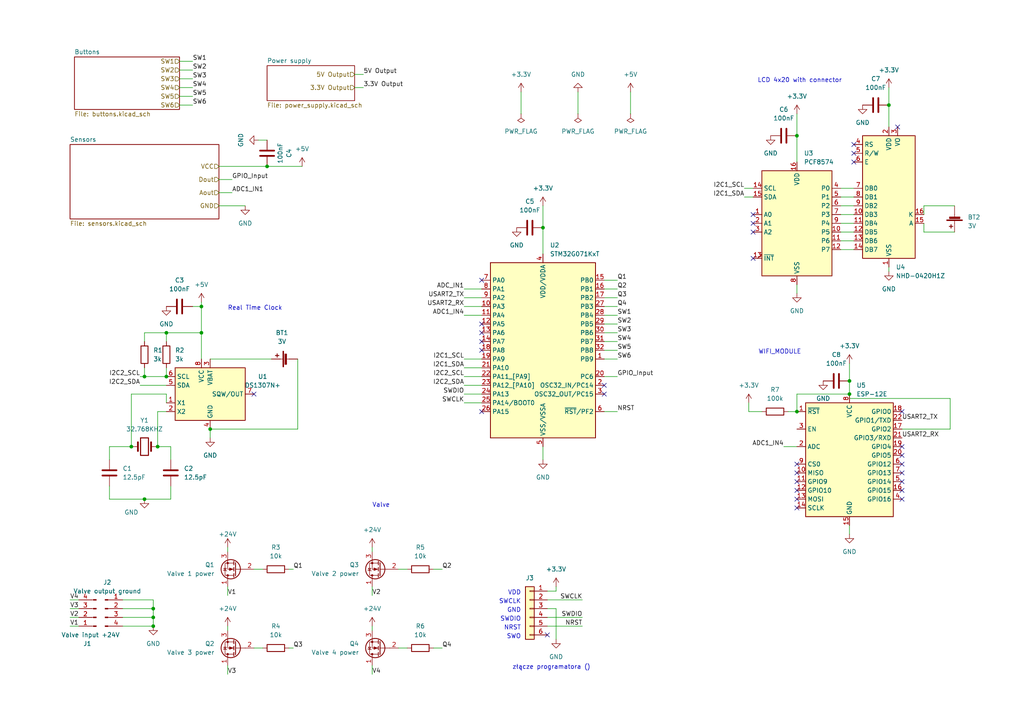
<source format=kicad_sch>
(kicad_sch (version 20211123) (generator eeschema)

  (uuid 69797d10-afcd-46e1-a6fc-adc442858fcd)

  (paper "A4")

  (title_block
    (title "Garden watering system")
    (date "21.11.2022")
    (company "Automatyka bez robotyki")
  )

  (lib_symbols
    (symbol "Connector:Conn_01x04_Male" (pin_names (offset 1.016) hide) (in_bom yes) (on_board yes)
      (property "Reference" "J" (id 0) (at 0 5.08 0)
        (effects (font (size 1.27 1.27)))
      )
      (property "Value" "Conn_01x04_Male" (id 1) (at 0 -7.62 0)
        (effects (font (size 1.27 1.27)))
      )
      (property "Footprint" "" (id 2) (at 0 0 0)
        (effects (font (size 1.27 1.27)) hide)
      )
      (property "Datasheet" "~" (id 3) (at 0 0 0)
        (effects (font (size 1.27 1.27)) hide)
      )
      (property "ki_keywords" "connector" (id 4) (at 0 0 0)
        (effects (font (size 1.27 1.27)) hide)
      )
      (property "ki_description" "Generic connector, single row, 01x04, script generated (kicad-library-utils/schlib/autogen/connector/)" (id 5) (at 0 0 0)
        (effects (font (size 1.27 1.27)) hide)
      )
      (property "ki_fp_filters" "Connector*:*_1x??_*" (id 6) (at 0 0 0)
        (effects (font (size 1.27 1.27)) hide)
      )
      (symbol "Conn_01x04_Male_1_1"
        (polyline
          (pts
            (xy 1.27 -5.08)
            (xy 0.8636 -5.08)
          )
          (stroke (width 0.1524) (type default) (color 0 0 0 0))
          (fill (type none))
        )
        (polyline
          (pts
            (xy 1.27 -2.54)
            (xy 0.8636 -2.54)
          )
          (stroke (width 0.1524) (type default) (color 0 0 0 0))
          (fill (type none))
        )
        (polyline
          (pts
            (xy 1.27 0)
            (xy 0.8636 0)
          )
          (stroke (width 0.1524) (type default) (color 0 0 0 0))
          (fill (type none))
        )
        (polyline
          (pts
            (xy 1.27 2.54)
            (xy 0.8636 2.54)
          )
          (stroke (width 0.1524) (type default) (color 0 0 0 0))
          (fill (type none))
        )
        (rectangle (start 0.8636 -4.953) (end 0 -5.207)
          (stroke (width 0.1524) (type default) (color 0 0 0 0))
          (fill (type outline))
        )
        (rectangle (start 0.8636 -2.413) (end 0 -2.667)
          (stroke (width 0.1524) (type default) (color 0 0 0 0))
          (fill (type outline))
        )
        (rectangle (start 0.8636 0.127) (end 0 -0.127)
          (stroke (width 0.1524) (type default) (color 0 0 0 0))
          (fill (type outline))
        )
        (rectangle (start 0.8636 2.667) (end 0 2.413)
          (stroke (width 0.1524) (type default) (color 0 0 0 0))
          (fill (type outline))
        )
        (pin passive line (at 5.08 2.54 180) (length 3.81)
          (name "Pin_1" (effects (font (size 1.27 1.27))))
          (number "1" (effects (font (size 1.27 1.27))))
        )
        (pin passive line (at 5.08 0 180) (length 3.81)
          (name "Pin_2" (effects (font (size 1.27 1.27))))
          (number "2" (effects (font (size 1.27 1.27))))
        )
        (pin passive line (at 5.08 -2.54 180) (length 3.81)
          (name "Pin_3" (effects (font (size 1.27 1.27))))
          (number "3" (effects (font (size 1.27 1.27))))
        )
        (pin passive line (at 5.08 -5.08 180) (length 3.81)
          (name "Pin_4" (effects (font (size 1.27 1.27))))
          (number "4" (effects (font (size 1.27 1.27))))
        )
      )
    )
    (symbol "Connector_Generic:Conn_01x06" (pin_names (offset 1.016) hide) (in_bom yes) (on_board yes)
      (property "Reference" "J" (id 0) (at 0 7.62 0)
        (effects (font (size 1.27 1.27)))
      )
      (property "Value" "Conn_01x06" (id 1) (at 0 -10.16 0)
        (effects (font (size 1.27 1.27)))
      )
      (property "Footprint" "" (id 2) (at 0 0 0)
        (effects (font (size 1.27 1.27)) hide)
      )
      (property "Datasheet" "~" (id 3) (at 0 0 0)
        (effects (font (size 1.27 1.27)) hide)
      )
      (property "ki_keywords" "connector" (id 4) (at 0 0 0)
        (effects (font (size 1.27 1.27)) hide)
      )
      (property "ki_description" "Generic connector, single row, 01x06, script generated (kicad-library-utils/schlib/autogen/connector/)" (id 5) (at 0 0 0)
        (effects (font (size 1.27 1.27)) hide)
      )
      (property "ki_fp_filters" "Connector*:*_1x??_*" (id 6) (at 0 0 0)
        (effects (font (size 1.27 1.27)) hide)
      )
      (symbol "Conn_01x06_1_1"
        (rectangle (start -1.27 -7.493) (end 0 -7.747)
          (stroke (width 0.1524) (type default) (color 0 0 0 0))
          (fill (type none))
        )
        (rectangle (start -1.27 -4.953) (end 0 -5.207)
          (stroke (width 0.1524) (type default) (color 0 0 0 0))
          (fill (type none))
        )
        (rectangle (start -1.27 -2.413) (end 0 -2.667)
          (stroke (width 0.1524) (type default) (color 0 0 0 0))
          (fill (type none))
        )
        (rectangle (start -1.27 0.127) (end 0 -0.127)
          (stroke (width 0.1524) (type default) (color 0 0 0 0))
          (fill (type none))
        )
        (rectangle (start -1.27 2.667) (end 0 2.413)
          (stroke (width 0.1524) (type default) (color 0 0 0 0))
          (fill (type none))
        )
        (rectangle (start -1.27 5.207) (end 0 4.953)
          (stroke (width 0.1524) (type default) (color 0 0 0 0))
          (fill (type none))
        )
        (rectangle (start -1.27 6.35) (end 1.27 -8.89)
          (stroke (width 0.254) (type default) (color 0 0 0 0))
          (fill (type background))
        )
        (pin passive line (at -5.08 5.08 0) (length 3.81)
          (name "Pin_1" (effects (font (size 1.27 1.27))))
          (number "1" (effects (font (size 1.27 1.27))))
        )
        (pin passive line (at -5.08 2.54 0) (length 3.81)
          (name "Pin_2" (effects (font (size 1.27 1.27))))
          (number "2" (effects (font (size 1.27 1.27))))
        )
        (pin passive line (at -5.08 0 0) (length 3.81)
          (name "Pin_3" (effects (font (size 1.27 1.27))))
          (number "3" (effects (font (size 1.27 1.27))))
        )
        (pin passive line (at -5.08 -2.54 0) (length 3.81)
          (name "Pin_4" (effects (font (size 1.27 1.27))))
          (number "4" (effects (font (size 1.27 1.27))))
        )
        (pin passive line (at -5.08 -5.08 0) (length 3.81)
          (name "Pin_5" (effects (font (size 1.27 1.27))))
          (number "5" (effects (font (size 1.27 1.27))))
        )
        (pin passive line (at -5.08 -7.62 0) (length 3.81)
          (name "Pin_6" (effects (font (size 1.27 1.27))))
          (number "6" (effects (font (size 1.27 1.27))))
        )
      )
    )
    (symbol "Device:Battery_Cell" (pin_numbers hide) (pin_names (offset 0) hide) (in_bom yes) (on_board yes)
      (property "Reference" "BT" (id 0) (at 2.54 2.54 0)
        (effects (font (size 1.27 1.27)) (justify left))
      )
      (property "Value" "Battery_Cell" (id 1) (at 2.54 0 0)
        (effects (font (size 1.27 1.27)) (justify left))
      )
      (property "Footprint" "" (id 2) (at 0 1.524 90)
        (effects (font (size 1.27 1.27)) hide)
      )
      (property "Datasheet" "~" (id 3) (at 0 1.524 90)
        (effects (font (size 1.27 1.27)) hide)
      )
      (property "ki_keywords" "battery cell" (id 4) (at 0 0 0)
        (effects (font (size 1.27 1.27)) hide)
      )
      (property "ki_description" "Single-cell battery" (id 5) (at 0 0 0)
        (effects (font (size 1.27 1.27)) hide)
      )
      (symbol "Battery_Cell_0_1"
        (rectangle (start -2.286 1.778) (end 2.286 1.524)
          (stroke (width 0) (type default) (color 0 0 0 0))
          (fill (type outline))
        )
        (rectangle (start -1.5748 1.1938) (end 1.4732 0.6858)
          (stroke (width 0) (type default) (color 0 0 0 0))
          (fill (type outline))
        )
        (polyline
          (pts
            (xy 0 0.762)
            (xy 0 0)
          )
          (stroke (width 0) (type default) (color 0 0 0 0))
          (fill (type none))
        )
        (polyline
          (pts
            (xy 0 1.778)
            (xy 0 2.54)
          )
          (stroke (width 0) (type default) (color 0 0 0 0))
          (fill (type none))
        )
        (polyline
          (pts
            (xy 0.508 3.429)
            (xy 1.524 3.429)
          )
          (stroke (width 0.254) (type default) (color 0 0 0 0))
          (fill (type none))
        )
        (polyline
          (pts
            (xy 1.016 3.937)
            (xy 1.016 2.921)
          )
          (stroke (width 0.254) (type default) (color 0 0 0 0))
          (fill (type none))
        )
      )
      (symbol "Battery_Cell_1_1"
        (pin passive line (at 0 5.08 270) (length 2.54)
          (name "+" (effects (font (size 1.27 1.27))))
          (number "1" (effects (font (size 1.27 1.27))))
        )
        (pin passive line (at 0 -2.54 90) (length 2.54)
          (name "-" (effects (font (size 1.27 1.27))))
          (number "2" (effects (font (size 1.27 1.27))))
        )
      )
    )
    (symbol "Device:C" (pin_numbers hide) (pin_names (offset 0.254)) (in_bom yes) (on_board yes)
      (property "Reference" "C" (id 0) (at 0.635 2.54 0)
        (effects (font (size 1.27 1.27)) (justify left))
      )
      (property "Value" "C" (id 1) (at 0.635 -2.54 0)
        (effects (font (size 1.27 1.27)) (justify left))
      )
      (property "Footprint" "" (id 2) (at 0.9652 -3.81 0)
        (effects (font (size 1.27 1.27)) hide)
      )
      (property "Datasheet" "~" (id 3) (at 0 0 0)
        (effects (font (size 1.27 1.27)) hide)
      )
      (property "ki_keywords" "cap capacitor" (id 4) (at 0 0 0)
        (effects (font (size 1.27 1.27)) hide)
      )
      (property "ki_description" "Unpolarized capacitor" (id 5) (at 0 0 0)
        (effects (font (size 1.27 1.27)) hide)
      )
      (property "ki_fp_filters" "C_*" (id 6) (at 0 0 0)
        (effects (font (size 1.27 1.27)) hide)
      )
      (symbol "C_0_1"
        (polyline
          (pts
            (xy -2.032 -0.762)
            (xy 2.032 -0.762)
          )
          (stroke (width 0.508) (type default) (color 0 0 0 0))
          (fill (type none))
        )
        (polyline
          (pts
            (xy -2.032 0.762)
            (xy 2.032 0.762)
          )
          (stroke (width 0.508) (type default) (color 0 0 0 0))
          (fill (type none))
        )
      )
      (symbol "C_1_1"
        (pin passive line (at 0 3.81 270) (length 2.794)
          (name "~" (effects (font (size 1.27 1.27))))
          (number "1" (effects (font (size 1.27 1.27))))
        )
        (pin passive line (at 0 -3.81 90) (length 2.794)
          (name "~" (effects (font (size 1.27 1.27))))
          (number "2" (effects (font (size 1.27 1.27))))
        )
      )
    )
    (symbol "Device:Crystal" (pin_numbers hide) (pin_names (offset 1.016) hide) (in_bom yes) (on_board yes)
      (property "Reference" "Y" (id 0) (at 0 3.81 0)
        (effects (font (size 1.27 1.27)))
      )
      (property "Value" "Crystal" (id 1) (at 0 -3.81 0)
        (effects (font (size 1.27 1.27)))
      )
      (property "Footprint" "" (id 2) (at 0 0 0)
        (effects (font (size 1.27 1.27)) hide)
      )
      (property "Datasheet" "~" (id 3) (at 0 0 0)
        (effects (font (size 1.27 1.27)) hide)
      )
      (property "ki_keywords" "quartz ceramic resonator oscillator" (id 4) (at 0 0 0)
        (effects (font (size 1.27 1.27)) hide)
      )
      (property "ki_description" "Two pin crystal" (id 5) (at 0 0 0)
        (effects (font (size 1.27 1.27)) hide)
      )
      (property "ki_fp_filters" "Crystal*" (id 6) (at 0 0 0)
        (effects (font (size 1.27 1.27)) hide)
      )
      (symbol "Crystal_0_1"
        (rectangle (start -1.143 2.54) (end 1.143 -2.54)
          (stroke (width 0.3048) (type default) (color 0 0 0 0))
          (fill (type none))
        )
        (polyline
          (pts
            (xy -2.54 0)
            (xy -1.905 0)
          )
          (stroke (width 0) (type default) (color 0 0 0 0))
          (fill (type none))
        )
        (polyline
          (pts
            (xy -1.905 -1.27)
            (xy -1.905 1.27)
          )
          (stroke (width 0.508) (type default) (color 0 0 0 0))
          (fill (type none))
        )
        (polyline
          (pts
            (xy 1.905 -1.27)
            (xy 1.905 1.27)
          )
          (stroke (width 0.508) (type default) (color 0 0 0 0))
          (fill (type none))
        )
        (polyline
          (pts
            (xy 2.54 0)
            (xy 1.905 0)
          )
          (stroke (width 0) (type default) (color 0 0 0 0))
          (fill (type none))
        )
      )
      (symbol "Crystal_1_1"
        (pin passive line (at -3.81 0 0) (length 1.27)
          (name "1" (effects (font (size 1.27 1.27))))
          (number "1" (effects (font (size 1.27 1.27))))
        )
        (pin passive line (at 3.81 0 180) (length 1.27)
          (name "2" (effects (font (size 1.27 1.27))))
          (number "2" (effects (font (size 1.27 1.27))))
        )
      )
    )
    (symbol "Device:R" (pin_numbers hide) (pin_names (offset 0)) (in_bom yes) (on_board yes)
      (property "Reference" "R" (id 0) (at 2.032 0 90)
        (effects (font (size 1.27 1.27)))
      )
      (property "Value" "R" (id 1) (at 0 0 90)
        (effects (font (size 1.27 1.27)))
      )
      (property "Footprint" "" (id 2) (at -1.778 0 90)
        (effects (font (size 1.27 1.27)) hide)
      )
      (property "Datasheet" "~" (id 3) (at 0 0 0)
        (effects (font (size 1.27 1.27)) hide)
      )
      (property "ki_keywords" "R res resistor" (id 4) (at 0 0 0)
        (effects (font (size 1.27 1.27)) hide)
      )
      (property "ki_description" "Resistor" (id 5) (at 0 0 0)
        (effects (font (size 1.27 1.27)) hide)
      )
      (property "ki_fp_filters" "R_*" (id 6) (at 0 0 0)
        (effects (font (size 1.27 1.27)) hide)
      )
      (symbol "R_0_1"
        (rectangle (start -1.016 -2.54) (end 1.016 2.54)
          (stroke (width 0.254) (type default) (color 0 0 0 0))
          (fill (type none))
        )
      )
      (symbol "R_1_1"
        (pin passive line (at 0 3.81 270) (length 1.27)
          (name "~" (effects (font (size 1.27 1.27))))
          (number "1" (effects (font (size 1.27 1.27))))
        )
        (pin passive line (at 0 -3.81 90) (length 1.27)
          (name "~" (effects (font (size 1.27 1.27))))
          (number "2" (effects (font (size 1.27 1.27))))
        )
      )
    )
    (symbol "Display_Character:NHD-0420H1Z" (in_bom yes) (on_board yes)
      (property "Reference" "U" (id 0) (at -6.35 19.05 0)
        (effects (font (size 1.27 1.27)))
      )
      (property "Value" "NHD-0420H1Z" (id 1) (at 5.08 19.05 0)
        (effects (font (size 1.27 1.27)) (justify left))
      )
      (property "Footprint" "Display:NHD-0420H1Z" (id 2) (at 0 -22.86 0)
        (effects (font (size 1.27 1.27)) hide)
      )
      (property "Datasheet" "http://www.newhavendisplay.com/specs/NHD-0420H1Z-FSW-GBW-33V3.pdf" (id 3) (at 2.54 -2.54 0)
        (effects (font (size 1.27 1.27)) hide)
      )
      (property "ki_keywords" "display LCD 20x4" (id 4) (at 0 0 0)
        (effects (font (size 1.27 1.27)) hide)
      )
      (property "ki_description" "LCD 20x4 Alphanumeric 16pin Blue/White/Green Backlight, 8bit parallel, 3.3V VDD" (id 5) (at 0 0 0)
        (effects (font (size 1.27 1.27)) hide)
      )
      (property "ki_fp_filters" "NHD*0420H1Z*" (id 6) (at 0 0 0)
        (effects (font (size 1.27 1.27)) hide)
      )
      (symbol "NHD-0420H1Z_0_1"
        (rectangle (start -7.62 17.78) (end 7.62 -17.78)
          (stroke (width 0.254) (type default) (color 0 0 0 0))
          (fill (type background))
        )
      )
      (symbol "NHD-0420H1Z_1_1"
        (pin power_in line (at 0 -20.32 90) (length 2.54)
          (name "VSS" (effects (font (size 1.27 1.27))))
          (number "1" (effects (font (size 1.27 1.27))))
        )
        (pin bidirectional line (at -10.16 -5.08 0) (length 2.54)
          (name "DB3" (effects (font (size 1.27 1.27))))
          (number "10" (effects (font (size 1.27 1.27))))
        )
        (pin bidirectional line (at -10.16 -7.62 0) (length 2.54)
          (name "DB4" (effects (font (size 1.27 1.27))))
          (number "11" (effects (font (size 1.27 1.27))))
        )
        (pin bidirectional line (at -10.16 -10.16 0) (length 2.54)
          (name "DB5" (effects (font (size 1.27 1.27))))
          (number "12" (effects (font (size 1.27 1.27))))
        )
        (pin bidirectional line (at -10.16 -12.7 0) (length 2.54)
          (name "DB6" (effects (font (size 1.27 1.27))))
          (number "13" (effects (font (size 1.27 1.27))))
        )
        (pin bidirectional line (at -10.16 -15.24 0) (length 2.54)
          (name "DB7" (effects (font (size 1.27 1.27))))
          (number "14" (effects (font (size 1.27 1.27))))
        )
        (pin passive line (at 10.16 -7.62 180) (length 2.54)
          (name "A" (effects (font (size 1.27 1.27))))
          (number "15" (effects (font (size 1.27 1.27))))
        )
        (pin passive line (at 10.16 -5.08 180) (length 2.54)
          (name "K" (effects (font (size 1.27 1.27))))
          (number "16" (effects (font (size 1.27 1.27))))
        )
        (pin power_in line (at 0 20.32 270) (length 2.54)
          (name "VDD" (effects (font (size 1.27 1.27))))
          (number "2" (effects (font (size 1.27 1.27))))
        )
        (pin power_in line (at 2.54 20.32 270) (length 2.54)
          (name "VO" (effects (font (size 1.27 1.27))))
          (number "3" (effects (font (size 1.27 1.27))))
        )
        (pin input line (at -10.16 15.24 0) (length 2.54)
          (name "RS" (effects (font (size 1.27 1.27))))
          (number "4" (effects (font (size 1.27 1.27))))
        )
        (pin input line (at -10.16 12.7 0) (length 2.54)
          (name "R/W" (effects (font (size 1.27 1.27))))
          (number "5" (effects (font (size 1.27 1.27))))
        )
        (pin input line (at -10.16 10.16 0) (length 2.54)
          (name "E" (effects (font (size 1.27 1.27))))
          (number "6" (effects (font (size 1.27 1.27))))
        )
        (pin bidirectional line (at -10.16 2.54 0) (length 2.54)
          (name "DB0" (effects (font (size 1.27 1.27))))
          (number "7" (effects (font (size 1.27 1.27))))
        )
        (pin bidirectional line (at -10.16 0 0) (length 2.54)
          (name "DB1" (effects (font (size 1.27 1.27))))
          (number "8" (effects (font (size 1.27 1.27))))
        )
        (pin bidirectional line (at -10.16 -2.54 0) (length 2.54)
          (name "DB2" (effects (font (size 1.27 1.27))))
          (number "9" (effects (font (size 1.27 1.27))))
        )
      )
    )
    (symbol "Interface_Expansion:PCF8574" (in_bom yes) (on_board yes)
      (property "Reference" "U" (id 0) (at -8.89 16.51 0)
        (effects (font (size 1.27 1.27)) (justify left))
      )
      (property "Value" "PCF8574" (id 1) (at 2.54 16.51 0)
        (effects (font (size 1.27 1.27)) (justify left))
      )
      (property "Footprint" "" (id 2) (at 0 0 0)
        (effects (font (size 1.27 1.27)) hide)
      )
      (property "Datasheet" "http://www.nxp.com/documents/data_sheet/PCF8574_PCF8574A.pdf" (id 3) (at 0 0 0)
        (effects (font (size 1.27 1.27)) hide)
      )
      (property "ki_keywords" "I2C Expander" (id 4) (at 0 0 0)
        (effects (font (size 1.27 1.27)) hide)
      )
      (property "ki_description" "8 Bit Port/Expander to I2C Bus, DIP/SOIC-16" (id 5) (at 0 0 0)
        (effects (font (size 1.27 1.27)) hide)
      )
      (property "ki_fp_filters" "DIP*W7.62mm* SOIC*7.5x10.3mm*P1.27mm*" (id 6) (at 0 0 0)
        (effects (font (size 1.27 1.27)) hide)
      )
      (symbol "PCF8574_0_1"
        (rectangle (start -10.16 15.24) (end 10.16 -15.24)
          (stroke (width 0.254) (type default) (color 0 0 0 0))
          (fill (type background))
        )
      )
      (symbol "PCF8574_1_1"
        (pin input line (at -12.7 2.54 0) (length 2.54)
          (name "A0" (effects (font (size 1.27 1.27))))
          (number "1" (effects (font (size 1.27 1.27))))
        )
        (pin bidirectional line (at 12.7 -2.54 180) (length 2.54)
          (name "P5" (effects (font (size 1.27 1.27))))
          (number "10" (effects (font (size 1.27 1.27))))
        )
        (pin bidirectional line (at 12.7 -5.08 180) (length 2.54)
          (name "P6" (effects (font (size 1.27 1.27))))
          (number "11" (effects (font (size 1.27 1.27))))
        )
        (pin bidirectional line (at 12.7 -7.62 180) (length 2.54)
          (name "P7" (effects (font (size 1.27 1.27))))
          (number "12" (effects (font (size 1.27 1.27))))
        )
        (pin open_collector output_low (at -12.7 -10.16 0) (length 2.54)
          (name "~{INT}" (effects (font (size 1.27 1.27))))
          (number "13" (effects (font (size 1.27 1.27))))
        )
        (pin input line (at -12.7 10.16 0) (length 2.54)
          (name "SCL" (effects (font (size 1.27 1.27))))
          (number "14" (effects (font (size 1.27 1.27))))
        )
        (pin bidirectional line (at -12.7 7.62 0) (length 2.54)
          (name "SDA" (effects (font (size 1.27 1.27))))
          (number "15" (effects (font (size 1.27 1.27))))
        )
        (pin power_in line (at 0 17.78 270) (length 2.54)
          (name "VDD" (effects (font (size 1.27 1.27))))
          (number "16" (effects (font (size 1.27 1.27))))
        )
        (pin input line (at -12.7 0 0) (length 2.54)
          (name "A1" (effects (font (size 1.27 1.27))))
          (number "2" (effects (font (size 1.27 1.27))))
        )
        (pin input line (at -12.7 -2.54 0) (length 2.54)
          (name "A2" (effects (font (size 1.27 1.27))))
          (number "3" (effects (font (size 1.27 1.27))))
        )
        (pin bidirectional line (at 12.7 10.16 180) (length 2.54)
          (name "P0" (effects (font (size 1.27 1.27))))
          (number "4" (effects (font (size 1.27 1.27))))
        )
        (pin bidirectional line (at 12.7 7.62 180) (length 2.54)
          (name "P1" (effects (font (size 1.27 1.27))))
          (number "5" (effects (font (size 1.27 1.27))))
        )
        (pin bidirectional line (at 12.7 5.08 180) (length 2.54)
          (name "P2" (effects (font (size 1.27 1.27))))
          (number "6" (effects (font (size 1.27 1.27))))
        )
        (pin bidirectional line (at 12.7 2.54 180) (length 2.54)
          (name "P3" (effects (font (size 1.27 1.27))))
          (number "7" (effects (font (size 1.27 1.27))))
        )
        (pin power_in line (at 0 -17.78 90) (length 2.54)
          (name "VSS" (effects (font (size 1.27 1.27))))
          (number "8" (effects (font (size 1.27 1.27))))
        )
        (pin bidirectional line (at 12.7 0 180) (length 2.54)
          (name "P4" (effects (font (size 1.27 1.27))))
          (number "9" (effects (font (size 1.27 1.27))))
        )
      )
    )
    (symbol "MCU_ST_STM32G0:STM32G071KxT" (in_bom yes) (on_board yes)
      (property "Reference" "U" (id 0) (at -15.24 26.67 0)
        (effects (font (size 1.27 1.27)) (justify left))
      )
      (property "Value" "STM32G071KxT" (id 1) (at 1.27 26.67 0)
        (effects (font (size 1.27 1.27)) (justify left))
      )
      (property "Footprint" "Package_QFP:LQFP-32_7x7mm_P0.8mm" (id 2) (at -2.54 -26.67 0)
        (effects (font (size 1.27 1.27)) (justify right) hide)
      )
      (property "Datasheet" "https://www.st.com/resource/en/datasheet/stm32g071kb.pdf" (id 3) (at 0 0 0)
        (effects (font (size 1.27 1.27)) hide)
      )
      (property "ki_keywords" "ARM Cortex-M0+ STM32G0 STM32G071" (id 4) (at 0 0 0)
        (effects (font (size 1.27 1.27)) hide)
      )
      (property "ki_description" "ARM Cortex-M0+ MCU, 64/128 kB flash, 36 kB SRAM, 64 MHz, 1.7-3.6 V, 30 GPIO, LQFP-32" (id 5) (at 0 0 0)
        (effects (font (size 1.27 1.27)) hide)
      )
      (property "ki_fp_filters" "LQFP*7x7mm*P0.8mm*" (id 6) (at 0 0 0)
        (effects (font (size 1.27 1.27)) hide)
      )
      (symbol "STM32G071KxT_0_1"
        (rectangle (start -15.24 -25.4) (end 15.24 25.4)
          (stroke (width 0.254) (type default) (color 0 0 0 0))
          (fill (type background))
        )
      )
      (symbol "STM32G071KxT_1_1"
        (pin bidirectional line (at 17.78 -2.54 180) (length 2.54)
          (name "PB9" (effects (font (size 1.27 1.27))))
          (number "1" (effects (font (size 1.27 1.27))))
        )
        (pin bidirectional line (at -17.78 12.7 0) (length 2.54)
          (name "PA3" (effects (font (size 1.27 1.27))))
          (number "10" (effects (font (size 1.27 1.27))))
        )
        (pin bidirectional line (at -17.78 10.16 0) (length 2.54)
          (name "PA4" (effects (font (size 1.27 1.27))))
          (number "11" (effects (font (size 1.27 1.27))))
        )
        (pin bidirectional line (at -17.78 7.62 0) (length 2.54)
          (name "PA5" (effects (font (size 1.27 1.27))))
          (number "12" (effects (font (size 1.27 1.27))))
        )
        (pin bidirectional line (at -17.78 5.08 0) (length 2.54)
          (name "PA6" (effects (font (size 1.27 1.27))))
          (number "13" (effects (font (size 1.27 1.27))))
        )
        (pin bidirectional line (at -17.78 2.54 0) (length 2.54)
          (name "PA7" (effects (font (size 1.27 1.27))))
          (number "14" (effects (font (size 1.27 1.27))))
        )
        (pin bidirectional line (at 17.78 20.32 180) (length 2.54)
          (name "PB0" (effects (font (size 1.27 1.27))))
          (number "15" (effects (font (size 1.27 1.27))))
        )
        (pin bidirectional line (at 17.78 17.78 180) (length 2.54)
          (name "PB1" (effects (font (size 1.27 1.27))))
          (number "16" (effects (font (size 1.27 1.27))))
        )
        (pin bidirectional line (at 17.78 15.24 180) (length 2.54)
          (name "PB2" (effects (font (size 1.27 1.27))))
          (number "17" (effects (font (size 1.27 1.27))))
        )
        (pin bidirectional line (at -17.78 0 0) (length 2.54)
          (name "PA8" (effects (font (size 1.27 1.27))))
          (number "18" (effects (font (size 1.27 1.27))))
        )
        (pin bidirectional line (at -17.78 -2.54 0) (length 2.54)
          (name "PA9" (effects (font (size 1.27 1.27))))
          (number "19" (effects (font (size 1.27 1.27))))
        )
        (pin bidirectional line (at 17.78 -10.16 180) (length 2.54)
          (name "OSC32_IN/PC14" (effects (font (size 1.27 1.27))))
          (number "2" (effects (font (size 1.27 1.27))))
        )
        (pin bidirectional line (at 17.78 -7.62 180) (length 2.54)
          (name "PC6" (effects (font (size 1.27 1.27))))
          (number "20" (effects (font (size 1.27 1.27))))
        )
        (pin bidirectional line (at -17.78 -5.08 0) (length 2.54)
          (name "PA10" (effects (font (size 1.27 1.27))))
          (number "21" (effects (font (size 1.27 1.27))))
        )
        (pin bidirectional line (at -17.78 -7.62 0) (length 2.54)
          (name "PA11_[PA9]" (effects (font (size 1.27 1.27))))
          (number "22" (effects (font (size 1.27 1.27))))
        )
        (pin bidirectional line (at -17.78 -10.16 0) (length 2.54)
          (name "PA12_[PA10]" (effects (font (size 1.27 1.27))))
          (number "23" (effects (font (size 1.27 1.27))))
        )
        (pin bidirectional line (at -17.78 -12.7 0) (length 2.54)
          (name "PA13" (effects (font (size 1.27 1.27))))
          (number "24" (effects (font (size 1.27 1.27))))
        )
        (pin bidirectional line (at -17.78 -15.24 0) (length 2.54)
          (name "PA14/BOOT0" (effects (font (size 1.27 1.27))))
          (number "25" (effects (font (size 1.27 1.27))))
        )
        (pin bidirectional line (at -17.78 -17.78 0) (length 2.54)
          (name "PA15" (effects (font (size 1.27 1.27))))
          (number "26" (effects (font (size 1.27 1.27))))
        )
        (pin bidirectional line (at 17.78 12.7 180) (length 2.54)
          (name "PB3" (effects (font (size 1.27 1.27))))
          (number "27" (effects (font (size 1.27 1.27))))
        )
        (pin bidirectional line (at 17.78 10.16 180) (length 2.54)
          (name "PB4" (effects (font (size 1.27 1.27))))
          (number "28" (effects (font (size 1.27 1.27))))
        )
        (pin bidirectional line (at 17.78 7.62 180) (length 2.54)
          (name "PB5" (effects (font (size 1.27 1.27))))
          (number "29" (effects (font (size 1.27 1.27))))
        )
        (pin bidirectional line (at 17.78 -12.7 180) (length 2.54)
          (name "OSC32_OUT/PC15" (effects (font (size 1.27 1.27))))
          (number "3" (effects (font (size 1.27 1.27))))
        )
        (pin bidirectional line (at 17.78 5.08 180) (length 2.54)
          (name "PB6" (effects (font (size 1.27 1.27))))
          (number "30" (effects (font (size 1.27 1.27))))
        )
        (pin bidirectional line (at 17.78 2.54 180) (length 2.54)
          (name "PB7" (effects (font (size 1.27 1.27))))
          (number "31" (effects (font (size 1.27 1.27))))
        )
        (pin bidirectional line (at 17.78 0 180) (length 2.54)
          (name "PB8" (effects (font (size 1.27 1.27))))
          (number "32" (effects (font (size 1.27 1.27))))
        )
        (pin power_in line (at 0 27.94 270) (length 2.54)
          (name "VDD/VDDA" (effects (font (size 1.27 1.27))))
          (number "4" (effects (font (size 1.27 1.27))))
        )
        (pin power_in line (at 0 -27.94 90) (length 2.54)
          (name "VSS/VSSA" (effects (font (size 1.27 1.27))))
          (number "5" (effects (font (size 1.27 1.27))))
        )
        (pin bidirectional line (at 17.78 -17.78 180) (length 2.54)
          (name "~{RST}/PF2" (effects (font (size 1.27 1.27))))
          (number "6" (effects (font (size 1.27 1.27))))
        )
        (pin bidirectional line (at -17.78 20.32 0) (length 2.54)
          (name "PA0" (effects (font (size 1.27 1.27))))
          (number "7" (effects (font (size 1.27 1.27))))
        )
        (pin bidirectional line (at -17.78 17.78 0) (length 2.54)
          (name "PA1" (effects (font (size 1.27 1.27))))
          (number "8" (effects (font (size 1.27 1.27))))
        )
        (pin bidirectional line (at -17.78 15.24 0) (length 2.54)
          (name "PA2" (effects (font (size 1.27 1.27))))
          (number "9" (effects (font (size 1.27 1.27))))
        )
      )
    )
    (symbol "RF_Module:ESP-12E" (in_bom yes) (on_board yes)
      (property "Reference" "U" (id 0) (at -12.7 19.05 0)
        (effects (font (size 1.27 1.27)) (justify left))
      )
      (property "Value" "ESP-12E" (id 1) (at 12.7 19.05 0)
        (effects (font (size 1.27 1.27)) (justify right))
      )
      (property "Footprint" "RF_Module:ESP-12E" (id 2) (at 0 0 0)
        (effects (font (size 1.27 1.27)) hide)
      )
      (property "Datasheet" "http://wiki.ai-thinker.com/_media/esp8266/esp8266_series_modules_user_manual_v1.1.pdf" (id 3) (at -8.89 2.54 0)
        (effects (font (size 1.27 1.27)) hide)
      )
      (property "ki_keywords" "802.11 Wi-Fi" (id 4) (at 0 0 0)
        (effects (font (size 1.27 1.27)) hide)
      )
      (property "ki_description" "802.11 b/g/n Wi-Fi Module" (id 5) (at 0 0 0)
        (effects (font (size 1.27 1.27)) hide)
      )
      (property "ki_fp_filters" "ESP?12*" (id 6) (at 0 0 0)
        (effects (font (size 1.27 1.27)) hide)
      )
      (symbol "ESP-12E_0_1"
        (rectangle (start -12.7 17.78) (end 12.7 -15.24)
          (stroke (width 0.254) (type default) (color 0 0 0 0))
          (fill (type background))
        )
      )
      (symbol "ESP-12E_1_1"
        (pin input line (at -15.24 15.24 0) (length 2.54)
          (name "~{RST}" (effects (font (size 1.27 1.27))))
          (number "1" (effects (font (size 1.27 1.27))))
        )
        (pin bidirectional line (at -15.24 -2.54 0) (length 2.54)
          (name "MISO" (effects (font (size 1.27 1.27))))
          (number "10" (effects (font (size 1.27 1.27))))
        )
        (pin bidirectional line (at -15.24 -5.08 0) (length 2.54)
          (name "GPIO9" (effects (font (size 1.27 1.27))))
          (number "11" (effects (font (size 1.27 1.27))))
        )
        (pin bidirectional line (at -15.24 -7.62 0) (length 2.54)
          (name "GPIO10" (effects (font (size 1.27 1.27))))
          (number "12" (effects (font (size 1.27 1.27))))
        )
        (pin bidirectional line (at -15.24 -10.16 0) (length 2.54)
          (name "MOSI" (effects (font (size 1.27 1.27))))
          (number "13" (effects (font (size 1.27 1.27))))
        )
        (pin bidirectional line (at -15.24 -12.7 0) (length 2.54)
          (name "SCLK" (effects (font (size 1.27 1.27))))
          (number "14" (effects (font (size 1.27 1.27))))
        )
        (pin power_in line (at 0 -17.78 90) (length 2.54)
          (name "GND" (effects (font (size 1.27 1.27))))
          (number "15" (effects (font (size 1.27 1.27))))
        )
        (pin bidirectional line (at 15.24 -7.62 180) (length 2.54)
          (name "GPIO15" (effects (font (size 1.27 1.27))))
          (number "16" (effects (font (size 1.27 1.27))))
        )
        (pin bidirectional line (at 15.24 10.16 180) (length 2.54)
          (name "GPIO2" (effects (font (size 1.27 1.27))))
          (number "17" (effects (font (size 1.27 1.27))))
        )
        (pin bidirectional line (at 15.24 15.24 180) (length 2.54)
          (name "GPIO0" (effects (font (size 1.27 1.27))))
          (number "18" (effects (font (size 1.27 1.27))))
        )
        (pin bidirectional line (at 15.24 5.08 180) (length 2.54)
          (name "GPIO4" (effects (font (size 1.27 1.27))))
          (number "19" (effects (font (size 1.27 1.27))))
        )
        (pin input line (at -15.24 5.08 0) (length 2.54)
          (name "ADC" (effects (font (size 1.27 1.27))))
          (number "2" (effects (font (size 1.27 1.27))))
        )
        (pin bidirectional line (at 15.24 2.54 180) (length 2.54)
          (name "GPIO5" (effects (font (size 1.27 1.27))))
          (number "20" (effects (font (size 1.27 1.27))))
        )
        (pin bidirectional line (at 15.24 7.62 180) (length 2.54)
          (name "GPIO3/RXD" (effects (font (size 1.27 1.27))))
          (number "21" (effects (font (size 1.27 1.27))))
        )
        (pin bidirectional line (at 15.24 12.7 180) (length 2.54)
          (name "GPIO1/TXD" (effects (font (size 1.27 1.27))))
          (number "22" (effects (font (size 1.27 1.27))))
        )
        (pin input line (at -15.24 10.16 0) (length 2.54)
          (name "EN" (effects (font (size 1.27 1.27))))
          (number "3" (effects (font (size 1.27 1.27))))
        )
        (pin bidirectional line (at 15.24 -10.16 180) (length 2.54)
          (name "GPIO16" (effects (font (size 1.27 1.27))))
          (number "4" (effects (font (size 1.27 1.27))))
        )
        (pin bidirectional line (at 15.24 -5.08 180) (length 2.54)
          (name "GPIO14" (effects (font (size 1.27 1.27))))
          (number "5" (effects (font (size 1.27 1.27))))
        )
        (pin bidirectional line (at 15.24 0 180) (length 2.54)
          (name "GPIO12" (effects (font (size 1.27 1.27))))
          (number "6" (effects (font (size 1.27 1.27))))
        )
        (pin bidirectional line (at 15.24 -2.54 180) (length 2.54)
          (name "GPIO13" (effects (font (size 1.27 1.27))))
          (number "7" (effects (font (size 1.27 1.27))))
        )
        (pin power_in line (at 0 20.32 270) (length 2.54)
          (name "VCC" (effects (font (size 1.27 1.27))))
          (number "8" (effects (font (size 1.27 1.27))))
        )
        (pin input line (at -15.24 0 0) (length 2.54)
          (name "CS0" (effects (font (size 1.27 1.27))))
          (number "9" (effects (font (size 1.27 1.27))))
        )
      )
    )
    (symbol "Timer_RTC:DS1307N+" (in_bom yes) (on_board yes)
      (property "Reference" "U" (id 0) (at -8.89 8.89 0)
        (effects (font (size 1.27 1.27)))
      )
      (property "Value" "DS1307N+" (id 1) (at 1.27 8.89 0)
        (effects (font (size 1.27 1.27)) (justify left))
      )
      (property "Footprint" "Package_DIP:DIP-8_W7.62mm" (id 2) (at 0 -12.7 0)
        (effects (font (size 1.27 1.27)) hide)
      )
      (property "Datasheet" "https://datasheets.maximintegrated.com/en/ds/DS1307.pdf" (id 3) (at 0 -5.08 0)
        (effects (font (size 1.27 1.27)) hide)
      )
      (property "ki_keywords" "RTC, Trickle-Charge Timekeeping Chip" (id 4) (at 0 0 0)
        (effects (font (size 1.27 1.27)) hide)
      )
      (property "ki_description" "64 x 8, Serial, I2C Real-time clock, 4.5V to 5.5V VCC, -40°C to +85°C, DIP-8" (id 5) (at 0 0 0)
        (effects (font (size 1.27 1.27)) hide)
      )
      (property "ki_fp_filters" "DIP*W7.62mm*" (id 6) (at 0 0 0)
        (effects (font (size 1.27 1.27)) hide)
      )
      (symbol "DS1307N+_0_1"
        (rectangle (start -10.16 7.62) (end 10.16 -7.62)
          (stroke (width 0.254) (type default) (color 0 0 0 0))
          (fill (type background))
        )
      )
      (symbol "DS1307N+_1_1"
        (pin input line (at -12.7 -2.54 0) (length 2.54)
          (name "X1" (effects (font (size 1.27 1.27))))
          (number "1" (effects (font (size 1.27 1.27))))
        )
        (pin input line (at -12.7 -5.08 0) (length 2.54)
          (name "X2" (effects (font (size 1.27 1.27))))
          (number "2" (effects (font (size 1.27 1.27))))
        )
        (pin power_in line (at 0 10.16 270) (length 2.54)
          (name "VBAT" (effects (font (size 1.27 1.27))))
          (number "3" (effects (font (size 1.27 1.27))))
        )
        (pin power_in line (at 0 -10.16 90) (length 2.54)
          (name "GND" (effects (font (size 1.27 1.27))))
          (number "4" (effects (font (size 1.27 1.27))))
        )
        (pin bidirectional line (at -12.7 2.54 0) (length 2.54)
          (name "SDA" (effects (font (size 1.27 1.27))))
          (number "5" (effects (font (size 1.27 1.27))))
        )
        (pin input line (at -12.7 5.08 0) (length 2.54)
          (name "SCL" (effects (font (size 1.27 1.27))))
          (number "6" (effects (font (size 1.27 1.27))))
        )
        (pin open_collector line (at 12.7 0 180) (length 2.54)
          (name "SQW/OUT" (effects (font (size 1.27 1.27))))
          (number "7" (effects (font (size 1.27 1.27))))
        )
        (pin power_in line (at -2.54 10.16 270) (length 2.54)
          (name "VCC" (effects (font (size 1.27 1.27))))
          (number "8" (effects (font (size 1.27 1.27))))
        )
      )
    )
    (symbol "Transistor_FET:IRL6283M" (pin_names hide) (in_bom yes) (on_board yes)
      (property "Reference" "Q" (id 0) (at 5.08 1.905 0)
        (effects (font (size 1.27 1.27)) (justify left))
      )
      (property "Value" "IRL6283M" (id 1) (at 5.08 0 0)
        (effects (font (size 1.27 1.27)) (justify left))
      )
      (property "Footprint" "Package_DirectFET:DirectFET_MD" (id 2) (at 0 0 0)
        (effects (font (size 1.27 1.27) italic) hide)
      )
      (property "Datasheet" "https://www.infineon.com/dgdl/irl6283mpbf.pdf?fileId=5546d462533600a40153565fe9452573" (id 3) (at 0 0 0)
        (effects (font (size 1.27 1.27)) (justify left) hide)
      )
      (property "ki_keywords" "N-Channel HEXFET MOSFET IRFET" (id 4) (at 0 0 0)
        (effects (font (size 1.27 1.27)) hide)
      )
      (property "ki_description" "38A Id, 20V Vds, 0.75mOhm Rds, N-Channel HEXFET Power MOSFET, DirectFET MD" (id 5) (at 0 0 0)
        (effects (font (size 1.27 1.27)) hide)
      )
      (property "ki_fp_filters" "DirectFET*MD*" (id 6) (at 0 0 0)
        (effects (font (size 1.27 1.27)) hide)
      )
      (symbol "IRL6283M_0_1"
        (polyline
          (pts
            (xy 0.254 0)
            (xy -2.54 0)
          )
          (stroke (width 0) (type default) (color 0 0 0 0))
          (fill (type none))
        )
        (polyline
          (pts
            (xy 0.254 1.905)
            (xy 0.254 -1.905)
          )
          (stroke (width 0.254) (type default) (color 0 0 0 0))
          (fill (type none))
        )
        (polyline
          (pts
            (xy 0.762 -1.27)
            (xy 0.762 -2.286)
          )
          (stroke (width 0.254) (type default) (color 0 0 0 0))
          (fill (type none))
        )
        (polyline
          (pts
            (xy 0.762 0.508)
            (xy 0.762 -0.508)
          )
          (stroke (width 0.254) (type default) (color 0 0 0 0))
          (fill (type none))
        )
        (polyline
          (pts
            (xy 0.762 2.286)
            (xy 0.762 1.27)
          )
          (stroke (width 0.254) (type default) (color 0 0 0 0))
          (fill (type none))
        )
        (polyline
          (pts
            (xy 2.54 2.54)
            (xy 2.54 1.778)
          )
          (stroke (width 0) (type default) (color 0 0 0 0))
          (fill (type none))
        )
        (polyline
          (pts
            (xy 2.54 -2.54)
            (xy 2.54 0)
            (xy 0.762 0)
          )
          (stroke (width 0) (type default) (color 0 0 0 0))
          (fill (type none))
        )
        (polyline
          (pts
            (xy 0.762 -1.778)
            (xy 3.302 -1.778)
            (xy 3.302 1.778)
            (xy 0.762 1.778)
          )
          (stroke (width 0) (type default) (color 0 0 0 0))
          (fill (type none))
        )
        (polyline
          (pts
            (xy 1.016 0)
            (xy 2.032 0.381)
            (xy 2.032 -0.381)
            (xy 1.016 0)
          )
          (stroke (width 0) (type default) (color 0 0 0 0))
          (fill (type outline))
        )
        (polyline
          (pts
            (xy 2.794 0.508)
            (xy 2.921 0.381)
            (xy 3.683 0.381)
            (xy 3.81 0.254)
          )
          (stroke (width 0) (type default) (color 0 0 0 0))
          (fill (type none))
        )
        (polyline
          (pts
            (xy 3.302 0.381)
            (xy 2.921 -0.254)
            (xy 3.683 -0.254)
            (xy 3.302 0.381)
          )
          (stroke (width 0) (type default) (color 0 0 0 0))
          (fill (type none))
        )
        (circle (center 1.651 0) (radius 2.794)
          (stroke (width 0.254) (type default) (color 0 0 0 0))
          (fill (type none))
        )
        (circle (center 2.54 -1.778) (radius 0.254)
          (stroke (width 0) (type default) (color 0 0 0 0))
          (fill (type outline))
        )
        (circle (center 2.54 1.778) (radius 0.254)
          (stroke (width 0) (type default) (color 0 0 0 0))
          (fill (type outline))
        )
      )
      (symbol "IRL6283M_1_1"
        (pin passive line (at 2.54 5.08 270) (length 2.54)
          (name "D" (effects (font (size 1.27 1.27))))
          (number "1" (effects (font (size 1.27 1.27))))
        )
        (pin input line (at -5.08 0 0) (length 2.54)
          (name "G" (effects (font (size 1.27 1.27))))
          (number "2" (effects (font (size 1.27 1.27))))
        )
        (pin passive line (at 2.54 -5.08 90) (length 2.54)
          (name "S" (effects (font (size 1.27 1.27))))
          (number "3" (effects (font (size 1.27 1.27))))
        )
      )
    )
    (symbol "power:+24V" (power) (pin_names (offset 0)) (in_bom yes) (on_board yes)
      (property "Reference" "#PWR" (id 0) (at 0 -3.81 0)
        (effects (font (size 1.27 1.27)) hide)
      )
      (property "Value" "+24V" (id 1) (at 0 3.556 0)
        (effects (font (size 1.27 1.27)))
      )
      (property "Footprint" "" (id 2) (at 0 0 0)
        (effects (font (size 1.27 1.27)) hide)
      )
      (property "Datasheet" "" (id 3) (at 0 0 0)
        (effects (font (size 1.27 1.27)) hide)
      )
      (property "ki_keywords" "power-flag" (id 4) (at 0 0 0)
        (effects (font (size 1.27 1.27)) hide)
      )
      (property "ki_description" "Power symbol creates a global label with name \"+24V\"" (id 5) (at 0 0 0)
        (effects (font (size 1.27 1.27)) hide)
      )
      (symbol "+24V_0_1"
        (polyline
          (pts
            (xy -0.762 1.27)
            (xy 0 2.54)
          )
          (stroke (width 0) (type default) (color 0 0 0 0))
          (fill (type none))
        )
        (polyline
          (pts
            (xy 0 0)
            (xy 0 2.54)
          )
          (stroke (width 0) (type default) (color 0 0 0 0))
          (fill (type none))
        )
        (polyline
          (pts
            (xy 0 2.54)
            (xy 0.762 1.27)
          )
          (stroke (width 0) (type default) (color 0 0 0 0))
          (fill (type none))
        )
      )
      (symbol "+24V_1_1"
        (pin power_in line (at 0 0 90) (length 0) hide
          (name "+24V" (effects (font (size 1.27 1.27))))
          (number "1" (effects (font (size 1.27 1.27))))
        )
      )
    )
    (symbol "power:+3.3V" (power) (pin_names (offset 0)) (in_bom yes) (on_board yes)
      (property "Reference" "#PWR" (id 0) (at 0 -3.81 0)
        (effects (font (size 1.27 1.27)) hide)
      )
      (property "Value" "+3.3V" (id 1) (at 0 3.556 0)
        (effects (font (size 1.27 1.27)))
      )
      (property "Footprint" "" (id 2) (at 0 0 0)
        (effects (font (size 1.27 1.27)) hide)
      )
      (property "Datasheet" "" (id 3) (at 0 0 0)
        (effects (font (size 1.27 1.27)) hide)
      )
      (property "ki_keywords" "power-flag" (id 4) (at 0 0 0)
        (effects (font (size 1.27 1.27)) hide)
      )
      (property "ki_description" "Power symbol creates a global label with name \"+3.3V\"" (id 5) (at 0 0 0)
        (effects (font (size 1.27 1.27)) hide)
      )
      (symbol "+3.3V_0_1"
        (polyline
          (pts
            (xy -0.762 1.27)
            (xy 0 2.54)
          )
          (stroke (width 0) (type default) (color 0 0 0 0))
          (fill (type none))
        )
        (polyline
          (pts
            (xy 0 0)
            (xy 0 2.54)
          )
          (stroke (width 0) (type default) (color 0 0 0 0))
          (fill (type none))
        )
        (polyline
          (pts
            (xy 0 2.54)
            (xy 0.762 1.27)
          )
          (stroke (width 0) (type default) (color 0 0 0 0))
          (fill (type none))
        )
      )
      (symbol "+3.3V_1_1"
        (pin power_in line (at 0 0 90) (length 0) hide
          (name "+3.3V" (effects (font (size 1.27 1.27))))
          (number "1" (effects (font (size 1.27 1.27))))
        )
      )
    )
    (symbol "power:+5V" (power) (pin_names (offset 0)) (in_bom yes) (on_board yes)
      (property "Reference" "#PWR" (id 0) (at 0 -3.81 0)
        (effects (font (size 1.27 1.27)) hide)
      )
      (property "Value" "+5V" (id 1) (at 0 3.556 0)
        (effects (font (size 1.27 1.27)))
      )
      (property "Footprint" "" (id 2) (at 0 0 0)
        (effects (font (size 1.27 1.27)) hide)
      )
      (property "Datasheet" "" (id 3) (at 0 0 0)
        (effects (font (size 1.27 1.27)) hide)
      )
      (property "ki_keywords" "power-flag" (id 4) (at 0 0 0)
        (effects (font (size 1.27 1.27)) hide)
      )
      (property "ki_description" "Power symbol creates a global label with name \"+5V\"" (id 5) (at 0 0 0)
        (effects (font (size 1.27 1.27)) hide)
      )
      (symbol "+5V_0_1"
        (polyline
          (pts
            (xy -0.762 1.27)
            (xy 0 2.54)
          )
          (stroke (width 0) (type default) (color 0 0 0 0))
          (fill (type none))
        )
        (polyline
          (pts
            (xy 0 0)
            (xy 0 2.54)
          )
          (stroke (width 0) (type default) (color 0 0 0 0))
          (fill (type none))
        )
        (polyline
          (pts
            (xy 0 2.54)
            (xy 0.762 1.27)
          )
          (stroke (width 0) (type default) (color 0 0 0 0))
          (fill (type none))
        )
      )
      (symbol "+5V_1_1"
        (pin power_in line (at 0 0 90) (length 0) hide
          (name "+5V" (effects (font (size 1.27 1.27))))
          (number "1" (effects (font (size 1.27 1.27))))
        )
      )
    )
    (symbol "power:GND" (power) (pin_names (offset 0)) (in_bom yes) (on_board yes)
      (property "Reference" "#PWR" (id 0) (at 0 -6.35 0)
        (effects (font (size 1.27 1.27)) hide)
      )
      (property "Value" "GND" (id 1) (at 0 -3.81 0)
        (effects (font (size 1.27 1.27)))
      )
      (property "Footprint" "" (id 2) (at 0 0 0)
        (effects (font (size 1.27 1.27)) hide)
      )
      (property "Datasheet" "" (id 3) (at 0 0 0)
        (effects (font (size 1.27 1.27)) hide)
      )
      (property "ki_keywords" "power-flag" (id 4) (at 0 0 0)
        (effects (font (size 1.27 1.27)) hide)
      )
      (property "ki_description" "Power symbol creates a global label with name \"GND\" , ground" (id 5) (at 0 0 0)
        (effects (font (size 1.27 1.27)) hide)
      )
      (symbol "GND_0_1"
        (polyline
          (pts
            (xy 0 0)
            (xy 0 -1.27)
            (xy 1.27 -1.27)
            (xy 0 -2.54)
            (xy -1.27 -1.27)
            (xy 0 -1.27)
          )
          (stroke (width 0) (type default) (color 0 0 0 0))
          (fill (type none))
        )
      )
      (symbol "GND_1_1"
        (pin power_in line (at 0 0 270) (length 0) hide
          (name "GND" (effects (font (size 1.27 1.27))))
          (number "1" (effects (font (size 1.27 1.27))))
        )
      )
    )
    (symbol "power:PWR_FLAG" (power) (pin_numbers hide) (pin_names (offset 0) hide) (in_bom yes) (on_board yes)
      (property "Reference" "#FLG" (id 0) (at 0 1.905 0)
        (effects (font (size 1.27 1.27)) hide)
      )
      (property "Value" "PWR_FLAG" (id 1) (at 0 3.81 0)
        (effects (font (size 1.27 1.27)))
      )
      (property "Footprint" "" (id 2) (at 0 0 0)
        (effects (font (size 1.27 1.27)) hide)
      )
      (property "Datasheet" "~" (id 3) (at 0 0 0)
        (effects (font (size 1.27 1.27)) hide)
      )
      (property "ki_keywords" "power-flag" (id 4) (at 0 0 0)
        (effects (font (size 1.27 1.27)) hide)
      )
      (property "ki_description" "Special symbol for telling ERC where power comes from" (id 5) (at 0 0 0)
        (effects (font (size 1.27 1.27)) hide)
      )
      (symbol "PWR_FLAG_0_0"
        (pin power_out line (at 0 0 90) (length 0)
          (name "pwr" (effects (font (size 1.27 1.27))))
          (number "1" (effects (font (size 1.27 1.27))))
        )
      )
      (symbol "PWR_FLAG_0_1"
        (polyline
          (pts
            (xy 0 0)
            (xy 0 1.27)
            (xy -1.016 1.905)
            (xy 0 2.54)
            (xy 1.016 1.905)
            (xy 0 1.27)
          )
          (stroke (width 0) (type default) (color 0 0 0 0))
          (fill (type none))
        )
      )
    )
  )

  (junction (at 58.42 88.9) (diameter 0) (color 0 0 0 0)
    (uuid 0a784aaf-14e0-4b65-9f0b-50cd223c1a1b)
  )
  (junction (at 157.48 66.04) (diameter 0) (color 0 0 0 0)
    (uuid 11ceffbf-a170-48a6-a972-0f09cf48ea52)
  )
  (junction (at 231.14 119.38) (diameter 0) (color 0 0 0 0)
    (uuid 19d6a5be-3986-44b5-b4e2-67f667feb501)
  )
  (junction (at 44.45 176.53) (diameter 0) (color 0 0 0 0)
    (uuid 293d99a6-0f71-4074-8cfc-f5d1c3bdf857)
  )
  (junction (at 60.96 124.46) (diameter 0) (color 0 0 0 0)
    (uuid 29716e1f-2128-4fa5-b8c3-dd99d17c3cc7)
  )
  (junction (at 246.38 110.49) (diameter 0) (color 0 0 0 0)
    (uuid 2e148579-c507-431c-8ee9-35ebbb6289a8)
  )
  (junction (at 77.47 48.26) (diameter 0) (color 0 0 0 0)
    (uuid 31b68082-0fce-45be-ba99-9a9ac54c1477)
  )
  (junction (at 48.26 109.22) (diameter 0) (color 0 0 0 0)
    (uuid 3b3b8ece-f421-46e2-b1e8-891a1619dd20)
  )
  (junction (at 246.38 114.3) (diameter 0) (color 0 0 0 0)
    (uuid 428792ac-33ae-450b-819d-2d8a6ae6b800)
  )
  (junction (at 48.26 96.52) (diameter 0) (color 0 0 0 0)
    (uuid 601a13b6-54e0-4494-b22e-d11e6a63de9c)
  )
  (junction (at 231.14 39.37) (diameter 0) (color 0 0 0 0)
    (uuid 6737a825-a66b-4e7f-b380-eb475ea5a10c)
  )
  (junction (at 257.81 30.48) (diameter 0) (color 0 0 0 0)
    (uuid 68ef9a67-49f2-492a-9622-1202431c5c6a)
  )
  (junction (at 44.45 181.61) (diameter 0) (color 0 0 0 0)
    (uuid 733acc3d-2017-4f51-88b8-6ac00c839e34)
  )
  (junction (at 45.72 129.54) (diameter 0) (color 0 0 0 0)
    (uuid 7d516a2d-1cee-4a16-8f16-be2f404f96e8)
  )
  (junction (at 44.45 179.07) (diameter 0) (color 0 0 0 0)
    (uuid 83f94d1f-bb75-49b8-b4c3-fa3d6b9c045b)
  )
  (junction (at 41.91 144.78) (diameter 0) (color 0 0 0 0)
    (uuid 9b4a5b5c-cc4a-4be1-b07f-8986362b1e2e)
  )
  (junction (at 58.42 96.52) (diameter 0) (color 0 0 0 0)
    (uuid a6690851-643d-4633-b341-c3f672c97751)
  )
  (junction (at 38.1 129.54) (diameter 0) (color 0 0 0 0)
    (uuid dc8ad914-4349-423e-935e-20c56610ba96)
  )
  (junction (at 41.91 109.22) (diameter 0) (color 0 0 0 0)
    (uuid e596a52b-7c65-44d8-bce2-adbe5b554e7d)
  )

  (no_connect (at 261.62 119.38) (uuid 0f6fd619-0c5d-423e-b27d-45bd6a99d17a))
  (no_connect (at 261.62 129.54) (uuid 0f6fd619-0c5d-423e-b27d-45bd6a99d17b))
  (no_connect (at 261.62 137.16) (uuid 0f6fd619-0c5d-423e-b27d-45bd6a99d17c))
  (no_connect (at 261.62 139.7) (uuid 0f6fd619-0c5d-423e-b27d-45bd6a99d17d))
  (no_connect (at 261.62 142.24) (uuid 0f6fd619-0c5d-423e-b27d-45bd6a99d17e))
  (no_connect (at 261.62 144.78) (uuid 0f6fd619-0c5d-423e-b27d-45bd6a99d17f))
  (no_connect (at 231.14 144.78) (uuid 0f6fd619-0c5d-423e-b27d-45bd6a99d180))
  (no_connect (at 231.14 147.32) (uuid 0f6fd619-0c5d-423e-b27d-45bd6a99d181))
  (no_connect (at 231.14 142.24) (uuid 0f6fd619-0c5d-423e-b27d-45bd6a99d182))
  (no_connect (at 231.14 139.7) (uuid 0f6fd619-0c5d-423e-b27d-45bd6a99d183))
  (no_connect (at 231.14 137.16) (uuid 0f6fd619-0c5d-423e-b27d-45bd6a99d184))
  (no_connect (at 231.14 134.62) (uuid 0f6fd619-0c5d-423e-b27d-45bd6a99d185))
  (no_connect (at 261.62 132.08) (uuid 0f6fd619-0c5d-423e-b27d-45bd6a99d186))
  (no_connect (at 261.62 134.62) (uuid 0f6fd619-0c5d-423e-b27d-45bd6a99d187))
  (no_connect (at 247.65 41.91) (uuid 4e74f6d6-4802-4e62-9ea3-b69a4f1d815c))
  (no_connect (at 247.65 44.45) (uuid 4e74f6d6-4802-4e62-9ea3-b69a4f1d815d))
  (no_connect (at 247.65 46.99) (uuid 4e74f6d6-4802-4e62-9ea3-b69a4f1d815e))
  (no_connect (at 158.75 184.15) (uuid 52fb3d22-eeae-443c-a58e-274a78132154))
  (no_connect (at 218.44 74.93) (uuid 5c030fab-273b-494d-9955-c673d09071ec))
  (no_connect (at 218.44 62.23) (uuid 5c030fab-273b-494d-9955-c673d09071ed))
  (no_connect (at 218.44 64.77) (uuid 5c030fab-273b-494d-9955-c673d09071ee))
  (no_connect (at 218.44 67.31) (uuid 5c030fab-273b-494d-9955-c673d09071ef))
  (no_connect (at 73.66 114.3) (uuid 71bbbe3d-aaac-46f4-bb2f-b4e4bf1b8614))
  (no_connect (at 175.26 111.76) (uuid 991d3c62-81f2-46e6-a961-d1eb8688c222))
  (no_connect (at 139.7 119.38) (uuid 991d3c62-81f2-46e6-a961-d1eb8688c223))
  (no_connect (at 175.26 114.3) (uuid 991d3c62-81f2-46e6-a961-d1eb8688c224))
  (no_connect (at 139.7 101.6) (uuid 991d3c62-81f2-46e6-a961-d1eb8688c225))
  (no_connect (at 139.7 99.06) (uuid 991d3c62-81f2-46e6-a961-d1eb8688c226))
  (no_connect (at 139.7 96.52) (uuid 991d3c62-81f2-46e6-a961-d1eb8688c227))
  (no_connect (at 139.7 93.98) (uuid 991d3c62-81f2-46e6-a961-d1eb8688c228))
  (no_connect (at 139.7 81.28) (uuid 991d3c62-81f2-46e6-a961-d1eb8688c229))
  (no_connect (at 260.35 36.83) (uuid e714340a-0f97-48d1-9e14-e664c25c05df))

  (wire (pts (xy 246.38 114.3) (xy 231.14 114.3))
    (stroke (width 0) (type default) (color 0 0 0 0))
    (uuid 000d1a2d-af80-4839-afaf-08b708c698d7)
  )
  (wire (pts (xy 40.64 111.76) (xy 48.26 111.76))
    (stroke (width 0) (type default) (color 0 0 0 0))
    (uuid 00365918-3831-4080-85d3-6726b6403bfb)
  )
  (wire (pts (xy 73.66 165.1) (xy 76.2 165.1))
    (stroke (width 0) (type default) (color 0 0 0 0))
    (uuid 0396a7a5-e8a9-40df-835f-d0eb647de56a)
  )
  (wire (pts (xy 52.07 22.86) (xy 55.88 22.86))
    (stroke (width 0) (type default) (color 0 0 0 0))
    (uuid 04fde4a0-9481-437f-a337-e670fddc4c01)
  )
  (wire (pts (xy 246.38 105.41) (xy 246.38 110.49))
    (stroke (width 0) (type default) (color 0 0 0 0))
    (uuid 0bca183d-772d-4a9d-93ba-276b977c0fa9)
  )
  (wire (pts (xy 161.29 176.53) (xy 161.29 185.42))
    (stroke (width 0) (type default) (color 0 0 0 0))
    (uuid 0c31acf0-fd36-48ca-bfda-13046d28ac12)
  )
  (wire (pts (xy 134.62 116.84) (xy 139.7 116.84))
    (stroke (width 0) (type default) (color 0 0 0 0))
    (uuid 14d7ef82-44a7-4c7f-a87d-335e116fa83d)
  )
  (wire (pts (xy 217.17 116.84) (xy 217.17 119.38))
    (stroke (width 0) (type default) (color 0 0 0 0))
    (uuid 150e227e-9e23-4c3c-b0df-125ca7341fa1)
  )
  (wire (pts (xy 63.5 59.69) (xy 71.12 59.69))
    (stroke (width 0) (type default) (color 0 0 0 0))
    (uuid 16814383-304d-4ad2-b77f-9a68af188c96)
  )
  (wire (pts (xy 115.57 165.1) (xy 118.11 165.1))
    (stroke (width 0) (type default) (color 0 0 0 0))
    (uuid 18bbac59-7d9e-455d-bed3-fea002848857)
  )
  (wire (pts (xy 161.29 171.45) (xy 158.75 171.45))
    (stroke (width 0) (type default) (color 0 0 0 0))
    (uuid 1941d793-f9e3-463f-bcde-23474d113460)
  )
  (wire (pts (xy 48.26 109.22) (xy 41.91 109.22))
    (stroke (width 0) (type default) (color 0 0 0 0))
    (uuid 195b7a7f-ab57-4dd4-9a44-1792796a1e1a)
  )
  (wire (pts (xy 73.66 187.96) (xy 76.2 187.96))
    (stroke (width 0) (type default) (color 0 0 0 0))
    (uuid 1a838bb4-780c-409f-aef6-03751e8642a3)
  )
  (wire (pts (xy 125.73 165.1) (xy 128.27 165.1))
    (stroke (width 0) (type default) (color 0 0 0 0))
    (uuid 1b04a3bc-b327-4164-93f7-9f37a0ded802)
  )
  (wire (pts (xy 275.59 115.57) (xy 275.59 124.46))
    (stroke (width 0) (type default) (color 0 0 0 0))
    (uuid 1b4c0258-062e-419f-9796-40a61509750a)
  )
  (wire (pts (xy 134.62 83.82) (xy 139.7 83.82))
    (stroke (width 0) (type default) (color 0 0 0 0))
    (uuid 1c4e15c1-6399-4124-b30c-1a92c93439d3)
  )
  (wire (pts (xy 86.36 104.14) (xy 86.36 124.46))
    (stroke (width 0) (type default) (color 0 0 0 0))
    (uuid 1d4347c0-9180-4626-9351-22f156d25f8c)
  )
  (wire (pts (xy 243.84 67.31) (xy 247.65 67.31))
    (stroke (width 0) (type default) (color 0 0 0 0))
    (uuid 1e288ecb-4d9a-4ca7-b917-c21037a60881)
  )
  (wire (pts (xy 267.97 59.69) (xy 267.97 62.23))
    (stroke (width 0) (type default) (color 0 0 0 0))
    (uuid 1f54fade-9719-4b81-bf7d-05bbd0f505e9)
  )
  (wire (pts (xy 243.84 54.61) (xy 247.65 54.61))
    (stroke (width 0) (type default) (color 0 0 0 0))
    (uuid 1f7718e0-8856-4290-8bd7-7b7a5d3496ff)
  )
  (wire (pts (xy 77.47 40.64) (xy 74.93 40.64))
    (stroke (width 0) (type default) (color 0 0 0 0))
    (uuid 21747dcf-2458-421f-92f7-5a0fe4d0ad62)
  )
  (wire (pts (xy 86.36 124.46) (xy 60.96 124.46))
    (stroke (width 0) (type default) (color 0 0 0 0))
    (uuid 23d07204-6e2f-4c63-a5cf-9886463f703a)
  )
  (wire (pts (xy 158.75 181.61) (xy 168.91 181.61))
    (stroke (width 0) (type default) (color 0 0 0 0))
    (uuid 2484160c-f1ba-4bae-b2a7-2e25c764e417)
  )
  (wire (pts (xy 231.14 114.3) (xy 231.14 119.38))
    (stroke (width 0) (type default) (color 0 0 0 0))
    (uuid 256fe8df-2449-4f50-8a8d-ab39980be914)
  )
  (wire (pts (xy 243.84 62.23) (xy 247.65 62.23))
    (stroke (width 0) (type default) (color 0 0 0 0))
    (uuid 26e0d472-a085-4eaf-ba85-5950d75ab180)
  )
  (wire (pts (xy 227.33 129.54) (xy 231.14 129.54))
    (stroke (width 0) (type default) (color 0 0 0 0))
    (uuid 26fb3923-edc5-497f-a56b-39ff41c87626)
  )
  (wire (pts (xy 48.26 106.68) (xy 48.26 109.22))
    (stroke (width 0) (type default) (color 0 0 0 0))
    (uuid 28c444c4-8940-4ed4-92ef-3ab8c409e0db)
  )
  (wire (pts (xy 58.42 87.63) (xy 58.42 88.9))
    (stroke (width 0) (type default) (color 0 0 0 0))
    (uuid 2c78d2e5-7914-43bf-b15e-b8c17665e494)
  )
  (wire (pts (xy 41.91 144.78) (xy 31.75 144.78))
    (stroke (width 0) (type default) (color 0 0 0 0))
    (uuid 2cba009a-6c90-4760-b8b3-ec9530ebe453)
  )
  (wire (pts (xy 107.95 158.75) (xy 107.95 160.02))
    (stroke (width 0) (type default) (color 0 0 0 0))
    (uuid 2d9ef73d-cd38-405e-b195-526ce658557b)
  )
  (wire (pts (xy 231.14 82.55) (xy 231.14 85.09))
    (stroke (width 0) (type default) (color 0 0 0 0))
    (uuid 2ec515c4-f16f-4e7e-8473-2b668ba18081)
  )
  (wire (pts (xy 83.82 187.96) (xy 85.09 187.96))
    (stroke (width 0) (type default) (color 0 0 0 0))
    (uuid 2f3b606a-3722-4588-8dd2-942b0be40c28)
  )
  (wire (pts (xy 52.07 30.48) (xy 55.88 30.48))
    (stroke (width 0) (type default) (color 0 0 0 0))
    (uuid 2faa2da2-2dcb-4757-ac1a-3676d7830126)
  )
  (wire (pts (xy 243.84 57.15) (xy 247.65 57.15))
    (stroke (width 0) (type default) (color 0 0 0 0))
    (uuid 30246087-0618-4079-9c1f-adc711af0f81)
  )
  (wire (pts (xy 231.14 39.37) (xy 231.14 46.99))
    (stroke (width 0) (type default) (color 0 0 0 0))
    (uuid 31c305e7-ac58-4519-83f9-196d88cbb7d5)
  )
  (wire (pts (xy 275.59 124.46) (xy 261.62 124.46))
    (stroke (width 0) (type default) (color 0 0 0 0))
    (uuid 34198441-7d4e-4628-a0cd-56e1fee2986c)
  )
  (wire (pts (xy 55.88 88.9) (xy 58.42 88.9))
    (stroke (width 0) (type default) (color 0 0 0 0))
    (uuid 36e66526-a98d-4476-8289-7badd9861f69)
  )
  (wire (pts (xy 107.95 170.18) (xy 107.95 172.72))
    (stroke (width 0) (type default) (color 0 0 0 0))
    (uuid 3755921f-2c28-4613-b5e9-2f5da775aea6)
  )
  (wire (pts (xy 175.26 93.98) (xy 179.07 93.98))
    (stroke (width 0) (type default) (color 0 0 0 0))
    (uuid 3a538940-38de-4c9c-9322-88563c40fc22)
  )
  (wire (pts (xy 63.5 52.07) (xy 67.31 52.07))
    (stroke (width 0) (type default) (color 0 0 0 0))
    (uuid 3b1772a8-9faa-4e8f-bb1f-2ec360cb78e6)
  )
  (wire (pts (xy 52.07 27.94) (xy 55.88 27.94))
    (stroke (width 0) (type default) (color 0 0 0 0))
    (uuid 3ba87899-0c32-4e83-a5fe-3e02e835683a)
  )
  (wire (pts (xy 48.26 96.52) (xy 48.26 99.06))
    (stroke (width 0) (type default) (color 0 0 0 0))
    (uuid 3cf40a20-7b8b-4d61-8497-d15531df72d1)
  )
  (wire (pts (xy 38.1 114.3) (xy 38.1 129.54))
    (stroke (width 0) (type default) (color 0 0 0 0))
    (uuid 411c0924-3eb0-44b7-b9d3-786d496bcbbd)
  )
  (wire (pts (xy 44.45 176.53) (xy 44.45 179.07))
    (stroke (width 0) (type default) (color 0 0 0 0))
    (uuid 41e76f3d-0fee-450b-98dd-9c331d626437)
  )
  (wire (pts (xy 134.62 114.3) (xy 139.7 114.3))
    (stroke (width 0) (type default) (color 0 0 0 0))
    (uuid 420e1c85-e8ef-414a-a590-f2d5fa681a07)
  )
  (wire (pts (xy 66.04 181.61) (xy 66.04 182.88))
    (stroke (width 0) (type default) (color 0 0 0 0))
    (uuid 44914894-5141-4143-825a-9809c4817b61)
  )
  (wire (pts (xy 161.29 170.18) (xy 161.29 171.45))
    (stroke (width 0) (type default) (color 0 0 0 0))
    (uuid 45b1776f-87fd-4fb9-aae9-0052e54bbc0c)
  )
  (wire (pts (xy 167.64 33.02) (xy 167.64 26.67))
    (stroke (width 0) (type default) (color 0 0 0 0))
    (uuid 4738b19c-1993-4893-88c4-a8690d7c3e57)
  )
  (wire (pts (xy 134.62 111.76) (xy 139.7 111.76))
    (stroke (width 0) (type default) (color 0 0 0 0))
    (uuid 4ad9802c-2971-477b-8e61-ed8327208f11)
  )
  (wire (pts (xy 175.26 104.14) (xy 179.07 104.14))
    (stroke (width 0) (type default) (color 0 0 0 0))
    (uuid 4af2fa21-6d25-46ba-b5df-979f33971f93)
  )
  (wire (pts (xy 158.75 173.99) (xy 168.91 173.99))
    (stroke (width 0) (type default) (color 0 0 0 0))
    (uuid 4c96641e-2ff7-40a3-9bd1-de6e1c4515dc)
  )
  (wire (pts (xy 267.97 64.77) (xy 267.97 67.31))
    (stroke (width 0) (type default) (color 0 0 0 0))
    (uuid 4cfd1b5c-3f09-4d3d-8c53-39ba9e22a2c0)
  )
  (wire (pts (xy 243.84 59.69) (xy 247.65 59.69))
    (stroke (width 0) (type default) (color 0 0 0 0))
    (uuid 5b31bfbf-374f-4aa8-9679-032b0e8d113d)
  )
  (wire (pts (xy 44.45 173.99) (xy 44.45 176.53))
    (stroke (width 0) (type default) (color 0 0 0 0))
    (uuid 5b85909d-67c9-472f-8352-700faf6aa298)
  )
  (wire (pts (xy 31.75 133.35) (xy 31.75 129.54))
    (stroke (width 0) (type default) (color 0 0 0 0))
    (uuid 5baa9995-223c-4a9b-bc70-da6ccd0ca71b)
  )
  (wire (pts (xy 66.04 170.18) (xy 66.04 172.72))
    (stroke (width 0) (type default) (color 0 0 0 0))
    (uuid 5e20b57b-bec4-4993-a095-d8a9372e1ea9)
  )
  (wire (pts (xy 175.26 99.06) (xy 179.07 99.06))
    (stroke (width 0) (type default) (color 0 0 0 0))
    (uuid 61ef8bae-e09f-41b3-8b20-608fe106d243)
  )
  (wire (pts (xy 49.53 140.97) (xy 49.53 144.78))
    (stroke (width 0) (type default) (color 0 0 0 0))
    (uuid 648e7f58-1463-41b1-bb22-bdb020c5bc44)
  )
  (wire (pts (xy 175.26 83.82) (xy 179.07 83.82))
    (stroke (width 0) (type default) (color 0 0 0 0))
    (uuid 65b24b44-4ac4-46fd-b2c1-be7500f693ee)
  )
  (wire (pts (xy 115.57 187.96) (xy 118.11 187.96))
    (stroke (width 0) (type default) (color 0 0 0 0))
    (uuid 67a387e5-0f74-41b6-ab95-d13ec2c2c4d1)
  )
  (wire (pts (xy 175.26 91.44) (xy 179.07 91.44))
    (stroke (width 0) (type default) (color 0 0 0 0))
    (uuid 68213d44-de17-4667-a4bb-659c8d2a2e97)
  )
  (wire (pts (xy 243.84 69.85) (xy 247.65 69.85))
    (stroke (width 0) (type default) (color 0 0 0 0))
    (uuid 6a643c58-b551-4d28-9fc2-ddba38440e0a)
  )
  (wire (pts (xy 41.91 106.68) (xy 41.91 109.22))
    (stroke (width 0) (type default) (color 0 0 0 0))
    (uuid 6bbc11ac-044d-4b50-a3cd-e34b60d5c80f)
  )
  (wire (pts (xy 107.95 181.61) (xy 107.95 182.88))
    (stroke (width 0) (type default) (color 0 0 0 0))
    (uuid 6d4d30a7-b338-4e15-8312-f48117ba7cf8)
  )
  (wire (pts (xy 60.96 124.46) (xy 60.96 127))
    (stroke (width 0) (type default) (color 0 0 0 0))
    (uuid 6ec5bb08-6730-47f9-bf9b-6dcda5f41556)
  )
  (wire (pts (xy 58.42 96.52) (xy 58.42 104.14))
    (stroke (width 0) (type default) (color 0 0 0 0))
    (uuid 6f7350b7-3dee-478d-9d8f-63e591f8f72b)
  )
  (wire (pts (xy 125.73 187.96) (xy 128.27 187.96))
    (stroke (width 0) (type default) (color 0 0 0 0))
    (uuid 700b3e46-34f8-4887-8ca6-0622bcb0d07f)
  )
  (wire (pts (xy 35.56 181.61) (xy 44.45 181.61))
    (stroke (width 0) (type default) (color 0 0 0 0))
    (uuid 70d92ca2-df39-452e-8e9a-fa5de2226d25)
  )
  (wire (pts (xy 134.62 91.44) (xy 139.7 91.44))
    (stroke (width 0) (type default) (color 0 0 0 0))
    (uuid 7445add2-8fab-4f2c-8d44-d856d26cadc6)
  )
  (wire (pts (xy 49.53 129.54) (xy 49.53 133.35))
    (stroke (width 0) (type default) (color 0 0 0 0))
    (uuid 763e450a-85c1-4fca-aa93-f74ce40cca7c)
  )
  (wire (pts (xy 52.07 25.4) (xy 55.88 25.4))
    (stroke (width 0) (type default) (color 0 0 0 0))
    (uuid 764de175-79fd-4219-a94e-6346e93a907a)
  )
  (wire (pts (xy 20.32 173.99) (xy 22.86 173.99))
    (stroke (width 0) (type default) (color 0 0 0 0))
    (uuid 7f2ca86e-c3dc-48c4-bb12-06353467449a)
  )
  (wire (pts (xy 66.04 158.75) (xy 66.04 160.02))
    (stroke (width 0) (type default) (color 0 0 0 0))
    (uuid 81348a55-21c9-4998-9c43-9e7e43e270fc)
  )
  (wire (pts (xy 20.32 176.53) (xy 22.86 176.53))
    (stroke (width 0) (type default) (color 0 0 0 0))
    (uuid 82fda2ef-1e7b-4da1-b23d-21e77bf2d5cf)
  )
  (wire (pts (xy 102.87 25.4) (xy 105.41 25.4))
    (stroke (width 0) (type default) (color 0 0 0 0))
    (uuid 86424427-748c-4d3f-b1da-68290e985e10)
  )
  (wire (pts (xy 66.04 193.04) (xy 66.04 195.58))
    (stroke (width 0) (type default) (color 0 0 0 0))
    (uuid 875ab650-ac82-4b35-a572-20ec2b2ed2d4)
  )
  (wire (pts (xy 157.48 129.54) (xy 157.48 133.35))
    (stroke (width 0) (type default) (color 0 0 0 0))
    (uuid 880219ae-db33-4b80-bd53-f14d580c32b0)
  )
  (wire (pts (xy 175.26 101.6) (xy 179.07 101.6))
    (stroke (width 0) (type default) (color 0 0 0 0))
    (uuid 890167b9-7299-4692-b4e3-73bf4417442f)
  )
  (wire (pts (xy 134.62 109.22) (xy 139.7 109.22))
    (stroke (width 0) (type default) (color 0 0 0 0))
    (uuid 8b4db217-d76b-476c-9d04-67d6f4f90afe)
  )
  (wire (pts (xy 175.26 81.28) (xy 179.07 81.28))
    (stroke (width 0) (type default) (color 0 0 0 0))
    (uuid 8da8b0c2-b704-43a6-a38e-b6d9d1fc5e70)
  )
  (wire (pts (xy 134.62 86.36) (xy 139.7 86.36))
    (stroke (width 0) (type default) (color 0 0 0 0))
    (uuid 8e5862f7-ebe8-4c5a-aafe-506f43263354)
  )
  (wire (pts (xy 243.84 72.39) (xy 247.65 72.39))
    (stroke (width 0) (type default) (color 0 0 0 0))
    (uuid 91f2ac8f-484a-4c51-9043-f9e135055d1a)
  )
  (wire (pts (xy 217.17 119.38) (xy 220.98 119.38))
    (stroke (width 0) (type default) (color 0 0 0 0))
    (uuid 93f85c90-3a83-4741-8ef3-1a631817c014)
  )
  (wire (pts (xy 41.91 96.52) (xy 48.26 96.52))
    (stroke (width 0) (type default) (color 0 0 0 0))
    (uuid 9514537e-7344-4309-aa71-4e656c430f8a)
  )
  (wire (pts (xy 175.26 119.38) (xy 179.07 119.38))
    (stroke (width 0) (type default) (color 0 0 0 0))
    (uuid 98444eee-3f7d-47b5-932e-923e862e6f93)
  )
  (wire (pts (xy 257.81 25.4) (xy 257.81 30.48))
    (stroke (width 0) (type default) (color 0 0 0 0))
    (uuid 99a9443a-3666-47f1-a82b-8a36c1e5bd21)
  )
  (wire (pts (xy 246.38 152.4) (xy 246.38 154.94))
    (stroke (width 0) (type default) (color 0 0 0 0))
    (uuid 9b851771-6737-46f5-9d47-ebe0474a5eff)
  )
  (wire (pts (xy 35.56 173.99) (xy 44.45 173.99))
    (stroke (width 0) (type default) (color 0 0 0 0))
    (uuid a13b5255-3ce8-477c-a551-4e45c699fd58)
  )
  (wire (pts (xy 175.26 86.36) (xy 179.07 86.36))
    (stroke (width 0) (type default) (color 0 0 0 0))
    (uuid a4ceb67f-7fb3-466e-96b0-1febdf6340e4)
  )
  (wire (pts (xy 175.26 88.9) (xy 179.07 88.9))
    (stroke (width 0) (type default) (color 0 0 0 0))
    (uuid a4d5ecc5-76fe-4d3e-b34f-12534b944f15)
  )
  (wire (pts (xy 45.72 119.38) (xy 45.72 129.54))
    (stroke (width 0) (type default) (color 0 0 0 0))
    (uuid a65f1291-8fc9-4cbb-9fe4-d7aa036b1ef9)
  )
  (wire (pts (xy 45.72 129.54) (xy 49.53 129.54))
    (stroke (width 0) (type default) (color 0 0 0 0))
    (uuid a7c2d98c-e5e6-40f5-a671-a91d1da937dc)
  )
  (wire (pts (xy 35.56 176.53) (xy 44.45 176.53))
    (stroke (width 0) (type default) (color 0 0 0 0))
    (uuid a8d5e63e-7d43-418f-9f7a-5da6f5c91ea6)
  )
  (wire (pts (xy 276.86 67.31) (xy 267.97 67.31))
    (stroke (width 0) (type default) (color 0 0 0 0))
    (uuid aa5a08aa-de9a-414b-ab7a-2c5649f4811d)
  )
  (wire (pts (xy 77.47 48.26) (xy 87.63 48.26))
    (stroke (width 0) (type default) (color 0 0 0 0))
    (uuid adf91687-149d-45c2-b25b-0a77744b51b4)
  )
  (wire (pts (xy 63.5 55.88) (xy 67.31 55.88))
    (stroke (width 0) (type default) (color 0 0 0 0))
    (uuid b023ff51-d60e-4ec9-9dd3-2d3048764fec)
  )
  (wire (pts (xy 52.07 20.32) (xy 55.88 20.32))
    (stroke (width 0) (type default) (color 0 0 0 0))
    (uuid b372cd09-1792-4c5c-9c66-8c4ab6730e47)
  )
  (wire (pts (xy 35.56 179.07) (xy 44.45 179.07))
    (stroke (width 0) (type default) (color 0 0 0 0))
    (uuid b3ebd746-a562-4cce-84f5-3f400f99be9a)
  )
  (wire (pts (xy 276.86 59.69) (xy 267.97 59.69))
    (stroke (width 0) (type default) (color 0 0 0 0))
    (uuid bd3c805c-cefc-4eb7-bc6d-9afbe415749b)
  )
  (wire (pts (xy 41.91 109.22) (xy 40.64 109.22))
    (stroke (width 0) (type default) (color 0 0 0 0))
    (uuid beb9b016-8440-4139-947b-368c5cdd50f0)
  )
  (wire (pts (xy 151.13 33.02) (xy 151.13 26.67))
    (stroke (width 0) (type default) (color 0 0 0 0))
    (uuid c032e0ad-0c59-4385-98f1-b8a54a6f3c3a)
  )
  (wire (pts (xy 215.9 54.61) (xy 218.44 54.61))
    (stroke (width 0) (type default) (color 0 0 0 0))
    (uuid c1fe677a-4f7f-4ad0-a7a1-7ae23d13f37d)
  )
  (wire (pts (xy 228.6 119.38) (xy 231.14 119.38))
    (stroke (width 0) (type default) (color 0 0 0 0))
    (uuid c281a5be-d91e-458b-963e-e9548c3feadb)
  )
  (wire (pts (xy 48.26 114.3) (xy 38.1 114.3))
    (stroke (width 0) (type default) (color 0 0 0 0))
    (uuid c2ef5185-fa4b-4378-9e5d-37e3f2e4ea32)
  )
  (wire (pts (xy 48.26 116.84) (xy 48.26 114.3))
    (stroke (width 0) (type default) (color 0 0 0 0))
    (uuid c6bcb34f-9c13-4489-8acd-d3c123e721c7)
  )
  (wire (pts (xy 158.75 179.07) (xy 168.91 179.07))
    (stroke (width 0) (type default) (color 0 0 0 0))
    (uuid c6e48198-4cf1-4c31-8e20-f8671c9221b6)
  )
  (wire (pts (xy 134.62 104.14) (xy 139.7 104.14))
    (stroke (width 0) (type default) (color 0 0 0 0))
    (uuid cb99032c-241b-4da3-bf16-cce40019005c)
  )
  (wire (pts (xy 41.91 144.78) (xy 49.53 144.78))
    (stroke (width 0) (type default) (color 0 0 0 0))
    (uuid cbd447e7-209d-45f3-a48d-046ffbe62eae)
  )
  (wire (pts (xy 20.32 179.07) (xy 22.86 179.07))
    (stroke (width 0) (type default) (color 0 0 0 0))
    (uuid cd4a39c4-f7d3-4f79-8eb0-05856c24e224)
  )
  (wire (pts (xy 134.62 88.9) (xy 139.7 88.9))
    (stroke (width 0) (type default) (color 0 0 0 0))
    (uuid cdb0b043-662c-4ff7-a0d0-94bafc5029a5)
  )
  (wire (pts (xy 31.75 129.54) (xy 38.1 129.54))
    (stroke (width 0) (type default) (color 0 0 0 0))
    (uuid ce25b649-adde-4900-9629-ee478e5fe49f)
  )
  (wire (pts (xy 231.14 33.02) (xy 231.14 39.37))
    (stroke (width 0) (type default) (color 0 0 0 0))
    (uuid cebc2dab-e181-4db6-83fb-ef5c95707640)
  )
  (wire (pts (xy 175.26 109.22) (xy 179.07 109.22))
    (stroke (width 0) (type default) (color 0 0 0 0))
    (uuid d01f0a46-b7c3-4a66-bcd0-f22fb816b111)
  )
  (wire (pts (xy 246.38 115.57) (xy 275.59 115.57))
    (stroke (width 0) (type default) (color 0 0 0 0))
    (uuid d450ee03-7680-48f5-9607-dc9bab03c275)
  )
  (wire (pts (xy 63.5 48.26) (xy 77.47 48.26))
    (stroke (width 0) (type default) (color 0 0 0 0))
    (uuid d6510a2c-b3ce-4426-8765-6e0e9eb2a3c2)
  )
  (wire (pts (xy 20.32 181.61) (xy 22.86 181.61))
    (stroke (width 0) (type default) (color 0 0 0 0))
    (uuid d877d224-a5ab-435e-b01f-d999f67a1ed8)
  )
  (wire (pts (xy 58.42 88.9) (xy 58.42 96.52))
    (stroke (width 0) (type default) (color 0 0 0 0))
    (uuid d93f9f7c-3b48-4d90-95be-aa1746e3a6cb)
  )
  (wire (pts (xy 175.26 96.52) (xy 179.07 96.52))
    (stroke (width 0) (type default) (color 0 0 0 0))
    (uuid dd967751-99f3-49f3-99a9-b74036f9991f)
  )
  (wire (pts (xy 48.26 119.38) (xy 45.72 119.38))
    (stroke (width 0) (type default) (color 0 0 0 0))
    (uuid dee22cd0-6220-4f8f-b575-b410ad372f78)
  )
  (wire (pts (xy 83.82 165.1) (xy 85.09 165.1))
    (stroke (width 0) (type default) (color 0 0 0 0))
    (uuid df46560a-5f8c-4216-a095-d666f0ded344)
  )
  (wire (pts (xy 102.87 21.59) (xy 105.41 21.59))
    (stroke (width 0) (type default) (color 0 0 0 0))
    (uuid e09f8ca4-5090-4228-a7e6-52e66bda7945)
  )
  (wire (pts (xy 107.95 193.04) (xy 107.95 195.58))
    (stroke (width 0) (type default) (color 0 0 0 0))
    (uuid e298b74f-f2ac-438c-9def-5d63a3be6690)
  )
  (wire (pts (xy 157.48 59.69) (xy 157.48 66.04))
    (stroke (width 0) (type default) (color 0 0 0 0))
    (uuid e2e9e714-78af-4f0d-981f-af05ad328357)
  )
  (wire (pts (xy 134.62 106.68) (xy 139.7 106.68))
    (stroke (width 0) (type default) (color 0 0 0 0))
    (uuid e5cc6a30-6185-4888-8bdf-f96363201b31)
  )
  (wire (pts (xy 246.38 110.49) (xy 246.38 114.3))
    (stroke (width 0) (type default) (color 0 0 0 0))
    (uuid e7339864-9563-418f-9575-c5bf437c6e27)
  )
  (wire (pts (xy 257.81 30.48) (xy 257.81 36.83))
    (stroke (width 0) (type default) (color 0 0 0 0))
    (uuid e9034f6f-6952-46e8-b4e0-cbc4fee6348a)
  )
  (wire (pts (xy 48.26 96.52) (xy 58.42 96.52))
    (stroke (width 0) (type default) (color 0 0 0 0))
    (uuid eaaacc8a-2331-4607-b0eb-f53bbb12a129)
  )
  (wire (pts (xy 52.07 17.78) (xy 55.88 17.78))
    (stroke (width 0) (type default) (color 0 0 0 0))
    (uuid eb08c3fa-1d7d-44b2-ba82-c562441e0682)
  )
  (wire (pts (xy 60.96 104.14) (xy 78.74 104.14))
    (stroke (width 0) (type default) (color 0 0 0 0))
    (uuid eb5b904a-35d0-4d57-863c-31c329c77e93)
  )
  (wire (pts (xy 215.9 57.15) (xy 218.44 57.15))
    (stroke (width 0) (type default) (color 0 0 0 0))
    (uuid ee5d0748-b0b7-4b25-a69b-8411088dc629)
  )
  (wire (pts (xy 161.29 176.53) (xy 158.75 176.53))
    (stroke (width 0) (type default) (color 0 0 0 0))
    (uuid f44ba306-2a2f-4657-9240-f54141d44e14)
  )
  (wire (pts (xy 41.91 96.52) (xy 41.91 99.06))
    (stroke (width 0) (type default) (color 0 0 0 0))
    (uuid f4cf9406-3659-48a3-b078-e10ba29ccc95)
  )
  (wire (pts (xy 44.45 179.07) (xy 44.45 181.61))
    (stroke (width 0) (type default) (color 0 0 0 0))
    (uuid f5363762-b6f9-4eee-9f70-ffefb3a30112)
  )
  (wire (pts (xy 243.84 64.77) (xy 247.65 64.77))
    (stroke (width 0) (type default) (color 0 0 0 0))
    (uuid f5842ea5-af5d-4eb2-85dd-4a8dfad63d3f)
  )
  (wire (pts (xy 157.48 66.04) (xy 157.48 73.66))
    (stroke (width 0) (type default) (color 0 0 0 0))
    (uuid f711cb2e-9f0a-40c0-be23-4678c9583ec6)
  )
  (wire (pts (xy 182.88 33.02) (xy 182.88 26.67))
    (stroke (width 0) (type default) (color 0 0 0 0))
    (uuid fa490980-e54e-46c6-a291-6fdbf0d2ca62)
  )
  (wire (pts (xy 31.75 140.97) (xy 31.75 144.78))
    (stroke (width 0) (type default) (color 0 0 0 0))
    (uuid fad8b9ae-75e7-480c-a472-7ac9a71c6bdd)
  )
  (wire (pts (xy 257.81 77.47) (xy 257.81 78.74))
    (stroke (width 0) (type default) (color 0 0 0 0))
    (uuid fd9aca0b-06ec-4409-9845-cd4fc739a578)
  )

  (text "Valve" (at 107.95 147.32 0)
    (effects (font (size 1.27 1.27)) (justify left bottom))
    (uuid 075e3100-0e29-4d6c-9f81-d6f99e44a080)
  )
  (text "VDD" (at 151.13 172.72 180)
    (effects (font (size 1.27 1.27)) (justify right bottom))
    (uuid 0bed38b6-bae5-456b-872c-7de0f49d821e)
  )
  (text "SWDIO" (at 151.13 180.34 180)
    (effects (font (size 1.27 1.27)) (justify right bottom))
    (uuid 0ee9e330-a98a-437b-a1e4-249012ff4d56)
  )
  (text "złącze programatora ()" (at 148.59 194.31 0)
    (effects (font (size 1.27 1.27)) (justify left bottom))
    (uuid 34c21055-f87d-4b61-a246-0c08388525a2)
  )
  (text "NRST" (at 151.13 182.88 180)
    (effects (font (size 1.27 1.27)) (justify right bottom))
    (uuid 46c5bcec-dfdf-4fa7-b11a-ed22b4252f4d)
  )
  (text "SWCLK" (at 151.13 175.26 180)
    (effects (font (size 1.27 1.27)) (justify right bottom))
    (uuid 52914084-3d7a-4834-a4b6-896a17f6a7e4)
  )
  (text "Real Time Clock" (at 66.04 90.17 0)
    (effects (font (size 1.27 1.27)) (justify left bottom))
    (uuid 8d28d3b3-c91e-4a7b-ba6a-55769abebc83)
  )
  (text "LCD 4x20 with connector" (at 219.71 24.13 0)
    (effects (font (size 1.27 1.27)) (justify left bottom))
    (uuid af34751f-4c64-47bf-a5a2-253e47b78d21)
  )
  (text "GND" (at 151.13 177.8 180)
    (effects (font (size 1.27 1.27)) (justify right bottom))
    (uuid c30918bd-00b4-4d10-a579-108160070e0e)
  )
  (text "WIFI_MODULE" (at 232.41 102.87 180)
    (effects (font (size 1.27 1.27)) (justify right bottom))
    (uuid cc9c40aa-e740-41ec-9186-dc1de28d76e1)
  )
  (text "SWO" (at 151.13 185.42 180)
    (effects (font (size 1.27 1.27)) (justify right bottom))
    (uuid f6aa6a62-64e6-4ddd-9e99-69ea4551d796)
  )

  (label "SW5" (at 55.88 27.94 0)
    (effects (font (size 1.27 1.27)) (justify left bottom))
    (uuid 00fec8dd-15bc-49bc-b092-cda05e68fda2)
  )
  (label "V2" (at 20.32 179.07 0)
    (effects (font (size 1.27 1.27)) (justify left bottom))
    (uuid 08cb13cd-24f3-4901-888b-0e0baa59237a)
  )
  (label "Q3" (at 85.09 187.96 0)
    (effects (font (size 1.27 1.27)) (justify left bottom))
    (uuid 09f2d3d0-6614-466e-aeb9-e9230f37b6dd)
  )
  (label "I2C1_SCL" (at 215.9 54.61 180)
    (effects (font (size 1.27 1.27)) (justify right bottom))
    (uuid 105496d4-16b0-45f0-926e-fdac9a7a8dbe)
  )
  (label "SW1" (at 55.88 17.78 0)
    (effects (font (size 1.27 1.27)) (justify left bottom))
    (uuid 18b70d85-3f85-45a2-96d0-4161079aea33)
  )
  (label "USART2_RX" (at 261.62 127 0)
    (effects (font (size 1.27 1.27)) (justify left bottom))
    (uuid 1c6485c0-ac82-49cd-8328-fd186772b7d1)
  )
  (label "GPIO_Input" (at 179.07 109.22 0)
    (effects (font (size 1.27 1.27)) (justify left bottom))
    (uuid 1ccd53d6-da82-4f26-8ad2-0d40d227574e)
  )
  (label "NRST" (at 179.07 119.38 0)
    (effects (font (size 1.27 1.27)) (justify left bottom))
    (uuid 2c5042a3-19a7-418c-863e-4210d54cdb2e)
  )
  (label "Q1" (at 85.09 165.1 0)
    (effects (font (size 1.27 1.27)) (justify left bottom))
    (uuid 35855bc3-7d55-4e34-afc8-ef473be7f5a8)
  )
  (label "I2C2_SDA" (at 40.64 111.76 180)
    (effects (font (size 1.27 1.27)) (justify right bottom))
    (uuid 38870151-c171-4bb1-8e5e-ad039ead6963)
  )
  (label "SW4" (at 55.88 25.4 0)
    (effects (font (size 1.27 1.27)) (justify left bottom))
    (uuid 3dd4fa06-5462-4ad4-8fb2-4a7e5daa1af4)
  )
  (label "Q3" (at 179.07 86.36 0)
    (effects (font (size 1.27 1.27)) (justify left bottom))
    (uuid 45e0cc57-b9d3-4156-bc98-ac8e497e5ed9)
  )
  (label "SWDIO" (at 168.91 179.07 180)
    (effects (font (size 1.27 1.27)) (justify right bottom))
    (uuid 50771053-cb65-4fe3-bb57-2be85e7a1a0a)
  )
  (label "Q4" (at 128.27 187.96 0)
    (effects (font (size 1.27 1.27)) (justify left bottom))
    (uuid 638cf929-dd72-49ac-9d98-8e52acbf9fb3)
  )
  (label "Q4" (at 179.07 88.9 0)
    (effects (font (size 1.27 1.27)) (justify left bottom))
    (uuid 68ac00b0-315a-4ff4-b997-44dc69851680)
  )
  (label "Q2" (at 128.27 165.1 0)
    (effects (font (size 1.27 1.27)) (justify left bottom))
    (uuid 6910b640-010d-459f-81e8-9051888c1918)
  )
  (label "SW2" (at 55.88 20.32 0)
    (effects (font (size 1.27 1.27)) (justify left bottom))
    (uuid 6ca18e12-3efd-402e-ac5a-3d72c6e2e42e)
  )
  (label "I2C1_SDA" (at 134.62 106.68 180)
    (effects (font (size 1.27 1.27)) (justify right bottom))
    (uuid 6f3de530-b229-4b67-81f3-0526901039b9)
  )
  (label "V2" (at 107.95 172.72 0)
    (effects (font (size 1.27 1.27)) (justify left bottom))
    (uuid 70062b55-5cb7-4184-92fd-8bf221fdbd43)
  )
  (label "SWCLK" (at 168.91 173.99 180)
    (effects (font (size 1.27 1.27)) (justify right bottom))
    (uuid 733f1f43-7dea-45c1-bc4a-d73a4e3f2120)
  )
  (label "Q1" (at 179.07 81.28 0)
    (effects (font (size 1.27 1.27)) (justify left bottom))
    (uuid 7426fb76-731a-4184-a71f-78dda74ff55b)
  )
  (label "ADC_IN1" (at 134.62 83.82 180)
    (effects (font (size 1.27 1.27)) (justify right bottom))
    (uuid 750477b7-5992-4f0a-af81-5fe01740d81c)
  )
  (label "I2C1_SCL" (at 134.62 104.14 180)
    (effects (font (size 1.27 1.27)) (justify right bottom))
    (uuid 77c95187-abf6-41bb-a42a-5fc759d69c0e)
  )
  (label "SWDIO" (at 134.62 114.3 180)
    (effects (font (size 1.27 1.27)) (justify right bottom))
    (uuid 7c2643c4-0b16-493a-978b-713e04b4ca5c)
  )
  (label "ADC1_IN4" (at 227.33 129.54 180)
    (effects (font (size 1.27 1.27)) (justify right bottom))
    (uuid 80489a40-fec4-4303-87b9-e77962e0d2fa)
  )
  (label "SW6" (at 55.88 30.48 0)
    (effects (font (size 1.27 1.27)) (justify left bottom))
    (uuid 850b5127-bec3-44e5-952d-e18a4ece6308)
  )
  (label "SW1" (at 179.07 91.44 0)
    (effects (font (size 1.27 1.27)) (justify left bottom))
    (uuid 87f496bc-3cf3-4363-a6a9-0f160cca3527)
  )
  (label "V1" (at 20.32 181.61 0)
    (effects (font (size 1.27 1.27)) (justify left bottom))
    (uuid 8a8f3e10-14c4-4733-84f9-dbbc2c116f80)
  )
  (label "SW6" (at 179.07 104.14 0)
    (effects (font (size 1.27 1.27)) (justify left bottom))
    (uuid 8cf3710a-413e-408e-b4aa-9a627d459be5)
  )
  (label "I2C2_SCL" (at 134.62 109.22 180)
    (effects (font (size 1.27 1.27)) (justify right bottom))
    (uuid 93eaa18d-7847-440c-9ca7-e747c1fc4b28)
  )
  (label "I2C1_SDA" (at 215.9 57.15 180)
    (effects (font (size 1.27 1.27)) (justify right bottom))
    (uuid a3a732f4-cfe1-4638-aaeb-d013c846a787)
  )
  (label "SW3" (at 55.88 22.86 0)
    (effects (font (size 1.27 1.27)) (justify left bottom))
    (uuid a495b612-11db-4093-a5a9-0ebf0c8f16c4)
  )
  (label "Q2" (at 179.07 83.82 0)
    (effects (font (size 1.27 1.27)) (justify left bottom))
    (uuid aa780bdb-e8a2-439a-9767-9404046885cb)
  )
  (label "SW3" (at 179.07 96.52 0)
    (effects (font (size 1.27 1.27)) (justify left bottom))
    (uuid ae951366-5580-408a-8900-befee022e29a)
  )
  (label "V3" (at 66.04 195.58 0)
    (effects (font (size 1.27 1.27)) (justify left bottom))
    (uuid b22f04d3-7218-4abc-8bc5-1b84c289ad2c)
  )
  (label "GPIO_Input" (at 67.31 52.07 0)
    (effects (font (size 1.27 1.27)) (justify left bottom))
    (uuid b3d06246-812a-410f-86e8-0b172b1a808d)
  )
  (label "I2C2_SDA" (at 134.62 111.76 180)
    (effects (font (size 1.27 1.27)) (justify right bottom))
    (uuid b6323045-7f47-43c6-abff-60a3d8fa9a6e)
  )
  (label "ADC1_IN1" (at 67.31 55.88 0)
    (effects (font (size 1.27 1.27)) (justify left bottom))
    (uuid b9f38db4-0e55-4ba9-8cff-e0ced966f6d0)
  )
  (label "ADC1_IN4" (at 134.62 91.44 180)
    (effects (font (size 1.27 1.27)) (justify right bottom))
    (uuid bbbc24aa-f2d9-4d46-8673-0409a96ac67a)
  )
  (label "V4" (at 20.32 173.99 0)
    (effects (font (size 1.27 1.27)) (justify left bottom))
    (uuid bf52d96d-50ab-4dc3-b3b2-017c7085871d)
  )
  (label "3.3V Output" (at 105.41 25.4 0)
    (effects (font (size 1.27 1.27)) (justify left bottom))
    (uuid c6a26713-0b31-471f-844c-92d742e95eed)
  )
  (label "SWCLK" (at 134.62 116.84 180)
    (effects (font (size 1.27 1.27)) (justify right bottom))
    (uuid c73c37b5-4513-44ae-93a3-baf332d5c802)
  )
  (label "USART2_RX" (at 134.62 88.9 180)
    (effects (font (size 1.27 1.27)) (justify right bottom))
    (uuid c73d61cc-cd93-4b4b-95fb-e68de618fffb)
  )
  (label "V4" (at 107.95 195.58 0)
    (effects (font (size 1.27 1.27)) (justify left bottom))
    (uuid cfd066f0-5a89-40f4-86db-8886b48d3220)
  )
  (label "SW5" (at 179.07 101.6 0)
    (effects (font (size 1.27 1.27)) (justify left bottom))
    (uuid d2931f23-fcf7-4cdc-8ec6-b27485e11236)
  )
  (label "V3" (at 20.32 176.53 0)
    (effects (font (size 1.27 1.27)) (justify left bottom))
    (uuid d3e98309-a43f-4212-a803-725da54f9d32)
  )
  (label "USART2_TX" (at 261.62 121.92 0)
    (effects (font (size 1.27 1.27)) (justify left bottom))
    (uuid e0a6b1ee-fb97-4ab3-9a9a-6368f50d7e9d)
  )
  (label "5V Output" (at 105.41 21.59 0)
    (effects (font (size 1.27 1.27)) (justify left bottom))
    (uuid e4e78392-c07e-46ac-a24a-42bd8591a510)
  )
  (label "SW4" (at 179.07 99.06 0)
    (effects (font (size 1.27 1.27)) (justify left bottom))
    (uuid e933b147-6696-4ff0-a57b-491379461fc4)
  )
  (label "V1" (at 66.04 172.72 0)
    (effects (font (size 1.27 1.27)) (justify left bottom))
    (uuid f652b399-53b8-4c77-b998-4ead9da9a06a)
  )
  (label "I2C2_SCL" (at 40.64 109.22 180)
    (effects (font (size 1.27 1.27)) (justify right bottom))
    (uuid f9ed67bb-0ba5-42da-81d5-6f56f89cafa2)
  )
  (label "SW2" (at 179.07 93.98 0)
    (effects (font (size 1.27 1.27)) (justify left bottom))
    (uuid fd326515-d3f0-4acd-90f7-757e76e4f912)
  )
  (label "USART2_TX" (at 134.62 86.36 180)
    (effects (font (size 1.27 1.27)) (justify right bottom))
    (uuid feac6cfa-9a4b-424d-9384-c9060e13dad5)
  )
  (label "NRST" (at 168.91 181.61 180)
    (effects (font (size 1.27 1.27)) (justify right bottom))
    (uuid ff7f4788-4156-410f-a3d2-768621ec21c6)
  )

  (hierarchical_label "VCC" (shape input) (at 63.5 48.26 180)
    (effects (font (size 1.27 1.27)) (justify right))
    (uuid 2730ab4b-c869-4304-9aca-27d36c13e3db)
  )
  (hierarchical_label "3.3V Output" (shape input) (at 102.87 25.4 180)
    (effects (font (size 1.27 1.27)) (justify right))
    (uuid 2e8c9fe1-337f-48b1-b5f7-74e521e524a4)
  )
  (hierarchical_label "SW1" (shape input) (at 52.07 17.78 180)
    (effects (font (size 1.27 1.27)) (justify right))
    (uuid 335a0757-90dc-4c8f-9db0-29e8cb28110d)
  )
  (hierarchical_label "5V Output" (shape input) (at 102.87 21.59 180)
    (effects (font (size 1.27 1.27)) (justify right))
    (uuid 3df3af1a-03be-4cba-99c1-d9aad46f92bf)
  )
  (hierarchical_label "SW4" (shape input) (at 52.07 25.4 180)
    (effects (font (size 1.27 1.27)) (justify right))
    (uuid 734a097a-ab99-4944-afae-7b987a423dfd)
  )
  (hierarchical_label "Aout" (shape input) (at 63.5 55.88 180)
    (effects (font (size 1.27 1.27)) (justify right))
    (uuid 80b7b586-1a29-4a95-ab4b-ef387c1eedbc)
  )
  (hierarchical_label "SW5" (shape input) (at 52.07 27.94 180)
    (effects (font (size 1.27 1.27)) (justify right))
    (uuid 89361683-4d81-4613-8f6e-44dbc10facd3)
  )
  (hierarchical_label "SW6" (shape input) (at 52.07 30.48 180)
    (effects (font (size 1.27 1.27)) (justify right))
    (uuid a9b232cc-a5fc-40f8-b911-eba2d9b7483a)
  )
  (hierarchical_label "SW2" (shape input) (at 52.07 20.32 180)
    (effects (font (size 1.27 1.27)) (justify right))
    (uuid c2b8dbca-b8df-49a8-8072-263f74d809a6)
  )
  (hierarchical_label "Dout" (shape input) (at 63.5 52.07 180)
    (effects (font (size 1.27 1.27)) (justify right))
    (uuid e4b853ff-d832-4a02-87a4-f8433b07308c)
  )
  (hierarchical_label "SW3" (shape input) (at 52.07 22.86 180)
    (effects (font (size 1.27 1.27)) (justify right))
    (uuid e8f93a23-0b09-412e-baf3-cf7cf4f34f58)
  )
  (hierarchical_label "GND" (shape input) (at 63.5 59.69 180)
    (effects (font (size 1.27 1.27)) (justify right))
    (uuid fe606e1e-e212-4fb6-b2dd-c332c700ad5c)
  )

  (symbol (lib_id "Device:C") (at 49.53 137.16 0) (unit 1)
    (in_bom yes) (on_board yes) (fields_autoplaced)
    (uuid 049c674d-0ebb-43c0-86b6-adf1abd76c19)
    (property "Reference" "C2" (id 0) (at 53.34 135.8899 0)
      (effects (font (size 1.27 1.27)) (justify left))
    )
    (property "Value" "12.5pF" (id 1) (at 53.34 138.4299 0)
      (effects (font (size 1.27 1.27)) (justify left))
    )
    (property "Footprint" "Capacitor_SMD:C_0603_1608Metric" (id 2) (at 50.4952 140.97 0)
      (effects (font (size 1.27 1.27)) hide)
    )
    (property "Datasheet" "~" (id 3) (at 49.53 137.16 0)
      (effects (font (size 1.27 1.27)) hide)
    )
    (pin "1" (uuid 842cbf49-b4d0-46b5-bafc-6e27e150e803))
    (pin "2" (uuid 5cfacc67-20d6-4d3f-b99f-d1433a61f54b))
  )

  (symbol (lib_id "Device:R") (at 224.79 119.38 90) (unit 1)
    (in_bom yes) (on_board yes) (fields_autoplaced)
    (uuid 0734539e-1c04-417a-b21d-245b65ccdcae)
    (property "Reference" "R7" (id 0) (at 224.79 113.03 90))
    (property "Value" "100k" (id 1) (at 224.79 115.57 90))
    (property "Footprint" "Resistor_SMD:R_0603_1608Metric" (id 2) (at 224.79 121.158 90)
      (effects (font (size 1.27 1.27)) hide)
    )
    (property "Datasheet" "~" (id 3) (at 224.79 119.38 0)
      (effects (font (size 1.27 1.27)) hide)
    )
    (pin "1" (uuid d7ee6902-fbf5-4fc3-a403-c539c8f2f509))
    (pin "2" (uuid d5d41067-85d3-4532-b602-f4767579348c))
  )

  (symbol (lib_id "power:GND") (at 44.45 181.61 0) (unit 1)
    (in_bom yes) (on_board yes) (fields_autoplaced)
    (uuid 0cbfaafb-6b1f-4789-9a0f-e9bc4f8e4786)
    (property "Reference" "#PWR07" (id 0) (at 44.45 187.96 0)
      (effects (font (size 1.27 1.27)) hide)
    )
    (property "Value" "GND" (id 1) (at 44.45 186.69 0))
    (property "Footprint" "" (id 2) (at 44.45 181.61 0)
      (effects (font (size 1.27 1.27)) hide)
    )
    (property "Datasheet" "" (id 3) (at 44.45 181.61 0)
      (effects (font (size 1.27 1.27)) hide)
    )
    (pin "1" (uuid 4ba1b3ca-795a-4a68-bda9-48ebd44beb85))
  )

  (symbol (lib_id "Device:R") (at 121.92 187.96 90) (unit 1)
    (in_bom yes) (on_board yes) (fields_autoplaced)
    (uuid 0d33e92f-903e-4e6d-b100-7bbcf6283560)
    (property "Reference" "R6" (id 0) (at 121.92 181.61 90))
    (property "Value" "10k" (id 1) (at 121.92 184.15 90))
    (property "Footprint" "Resistor_SMD:R_0603_1608Metric" (id 2) (at 121.92 189.738 90)
      (effects (font (size 1.27 1.27)) hide)
    )
    (property "Datasheet" "~" (id 3) (at 121.92 187.96 0)
      (effects (font (size 1.27 1.27)) hide)
    )
    (pin "1" (uuid 5897cee9-ec99-4395-acd5-8adcdba59c37))
    (pin "2" (uuid c4a606bf-55e3-4fe4-a26c-97ccb685acd9))
  )

  (symbol (lib_id "power:+3.3V") (at 231.14 33.02 0) (unit 1)
    (in_bom yes) (on_board yes) (fields_autoplaced)
    (uuid 1082c6c6-6191-4c8f-a415-8c6d531f7ef8)
    (property "Reference" "#PWR019" (id 0) (at 231.14 36.83 0)
      (effects (font (size 1.27 1.27)) hide)
    )
    (property "Value" "+3.3V" (id 1) (at 231.14 27.94 0))
    (property "Footprint" "" (id 2) (at 231.14 33.02 0)
      (effects (font (size 1.27 1.27)) hide)
    )
    (property "Datasheet" "" (id 3) (at 231.14 33.02 0)
      (effects (font (size 1.27 1.27)) hide)
    )
    (pin "1" (uuid 7b4289bc-3961-4b81-86da-dcdd928cf13a))
  )

  (symbol (lib_id "Connector_Generic:Conn_01x06") (at 153.67 176.53 0) (mirror y) (unit 1)
    (in_bom yes) (on_board yes)
    (uuid 10ba18ca-5b5d-4118-9c5e-04877d666d22)
    (property "Reference" "J3" (id 0) (at 153.67 167.64 0))
    (property "Value" "Conn_01x06" (id 1) (at 153.67 167.64 0)
      (effects (font (size 1.27 1.27)) hide)
    )
    (property "Footprint" "Connector_PinHeader_1.00mm:PinHeader_1x06_P1.00mm_Vertical_SMD_Pin1Left" (id 2) (at 153.67 176.53 0)
      (effects (font (size 1.27 1.27)) hide)
    )
    (property "Datasheet" "~" (id 3) (at 153.67 176.53 0)
      (effects (font (size 1.27 1.27)) hide)
    )
    (pin "1" (uuid 3e9b5f1f-9f11-4968-bc84-d685294cd212))
    (pin "2" (uuid 919c8730-c49a-403f-bd5f-5aba611eb765))
    (pin "3" (uuid ae833867-8e43-4c14-bb63-86c49a592c78))
    (pin "4" (uuid 835a6def-d8c2-4efd-a15b-f9f1c5b14a62))
    (pin "5" (uuid 577535d3-8278-4960-a1b5-cc157758248b))
    (pin "6" (uuid e18ef688-5959-4293-8f30-ff84a12cabad))
  )

  (symbol (lib_id "power:+3.3V") (at 157.48 59.69 0) (unit 1)
    (in_bom yes) (on_board yes) (fields_autoplaced)
    (uuid 1bd8692a-2b74-4b5c-a651-3fddfa1aa4b2)
    (property "Reference" "#PWR016" (id 0) (at 157.48 63.5 0)
      (effects (font (size 1.27 1.27)) hide)
    )
    (property "Value" "+3.3V" (id 1) (at 157.48 54.61 0))
    (property "Footprint" "" (id 2) (at 157.48 59.69 0)
      (effects (font (size 1.27 1.27)) hide)
    )
    (property "Datasheet" "" (id 3) (at 157.48 59.69 0)
      (effects (font (size 1.27 1.27)) hide)
    )
    (pin "1" (uuid 7e62b819-d211-42bb-87b7-bc2a7dcb852d))
  )

  (symbol (lib_id "Transistor_FET:IRL6283M") (at 110.49 165.1 180) (unit 1)
    (in_bom yes) (on_board yes) (fields_autoplaced)
    (uuid 1c2ded33-c58d-4f1e-a7d1-3626265509a3)
    (property "Reference" "Q3" (id 0) (at 104.14 163.8299 0)
      (effects (font (size 1.27 1.27)) (justify left))
    )
    (property "Value" "Valve 2 power" (id 1) (at 104.14 166.3699 0)
      (effects (font (size 1.27 1.27)) (justify left))
    )
    (property "Footprint" "Package_DirectFET:DirectFET_MD" (id 2) (at 110.49 165.1 0)
      (effects (font (size 1.27 1.27) italic) hide)
    )
    (property "Datasheet" "https://www.infineon.com/dgdl/irl6283mpbf.pdf?fileId=5546d462533600a40153565fe9452573" (id 3) (at 110.49 165.1 0)
      (effects (font (size 1.27 1.27)) (justify left) hide)
    )
    (pin "1" (uuid 3e5b7aed-0f94-41b9-930e-b0089ffd12c4))
    (pin "2" (uuid b18c8399-2c34-4093-95d7-0af5009819e9))
    (pin "3" (uuid 5d01968d-8816-43d7-819b-9781aa98e867))
  )

  (symbol (lib_id "power:+5V") (at 182.88 26.67 0) (unit 1)
    (in_bom yes) (on_board yes) (fields_autoplaced)
    (uuid 1ef4e08a-bf6a-4ab6-b5fd-1c3bea652cf0)
    (property "Reference" "#PWR0102" (id 0) (at 182.88 30.48 0)
      (effects (font (size 1.27 1.27)) hide)
    )
    (property "Value" "+5V" (id 1) (at 182.88 21.59 0))
    (property "Footprint" "" (id 2) (at 182.88 26.67 0)
      (effects (font (size 1.27 1.27)) hide)
    )
    (property "Datasheet" "" (id 3) (at 182.88 26.67 0)
      (effects (font (size 1.27 1.27)) hide)
    )
    (pin "1" (uuid 5515caa8-367c-4721-8531-14564b1e952b))
  )

  (symbol (lib_id "power:+3.3V") (at 217.17 116.84 0) (unit 1)
    (in_bom yes) (on_board yes) (fields_autoplaced)
    (uuid 2444b8fa-86fd-4678-96b9-0f46ed6ff12d)
    (property "Reference" "#PWR021" (id 0) (at 217.17 120.65 0)
      (effects (font (size 1.27 1.27)) hide)
    )
    (property "Value" "+3.3V" (id 1) (at 217.17 111.76 0))
    (property "Footprint" "" (id 2) (at 217.17 116.84 0)
      (effects (font (size 1.27 1.27)) hide)
    )
    (property "Datasheet" "" (id 3) (at 217.17 116.84 0)
      (effects (font (size 1.27 1.27)) hide)
    )
    (pin "1" (uuid 8380743a-6c28-455c-af2c-542c17bcf979))
  )

  (symbol (lib_id "Device:C") (at 153.67 66.04 270) (unit 1)
    (in_bom yes) (on_board yes) (fields_autoplaced)
    (uuid 24f79c1b-da5d-4b30-afe8-7c8c3c678787)
    (property "Reference" "C5" (id 0) (at 153.67 58.42 90))
    (property "Value" "100nF" (id 1) (at 153.67 60.96 90))
    (property "Footprint" "Capacitor_SMD:C_0603_1608Metric" (id 2) (at 149.86 67.0052 0)
      (effects (font (size 1.27 1.27)) hide)
    )
    (property "Datasheet" "~" (id 3) (at 153.67 66.04 0)
      (effects (font (size 1.27 1.27)) hide)
    )
    (pin "1" (uuid 0a6d342e-fab6-4d56-9cd2-c5df53f7114e))
    (pin "2" (uuid c6e35cbc-cf02-4f29-a4b2-78c07a60804d))
  )

  (symbol (lib_id "Device:C") (at 31.75 137.16 0) (unit 1)
    (in_bom yes) (on_board yes) (fields_autoplaced)
    (uuid 283671b3-2524-49a7-8f44-0385ac655718)
    (property "Reference" "C1" (id 0) (at 35.56 135.8899 0)
      (effects (font (size 1.27 1.27)) (justify left))
    )
    (property "Value" "12.5pF" (id 1) (at 35.56 138.4299 0)
      (effects (font (size 1.27 1.27)) (justify left))
    )
    (property "Footprint" "Capacitor_SMD:C_0603_1608Metric" (id 2) (at 32.7152 140.97 0)
      (effects (font (size 1.27 1.27)) hide)
    )
    (property "Datasheet" "~" (id 3) (at 31.75 137.16 0)
      (effects (font (size 1.27 1.27)) hide)
    )
    (pin "1" (uuid c00d1cdf-73a8-4bb2-bb04-58af559aa75f))
    (pin "2" (uuid 4863a240-3b1f-450c-87c9-d156578621ad))
  )

  (symbol (lib_id "power:GND") (at 71.12 59.69 0) (unit 1)
    (in_bom yes) (on_board yes) (fields_autoplaced)
    (uuid 31319248-d5ce-43fe-9d2e-fdc924b55a1f)
    (property "Reference" "#PWR08" (id 0) (at 71.12 66.04 0)
      (effects (font (size 1.27 1.27)) hide)
    )
    (property "Value" "GND" (id 1) (at 71.12 64.77 0))
    (property "Footprint" "" (id 2) (at 71.12 59.69 0)
      (effects (font (size 1.27 1.27)) hide)
    )
    (property "Datasheet" "" (id 3) (at 71.12 59.69 0)
      (effects (font (size 1.27 1.27)) hide)
    )
    (pin "1" (uuid 3aec3990-5e17-41eb-bb50-a1fbbc652862))
  )

  (symbol (lib_id "Transistor_FET:IRL6283M") (at 68.58 165.1 180) (unit 1)
    (in_bom yes) (on_board yes) (fields_autoplaced)
    (uuid 360f2f21-0f31-4409-a0c9-3216e98c45fa)
    (property "Reference" "Q1" (id 0) (at 62.23 163.8299 0)
      (effects (font (size 1.27 1.27)) (justify left))
    )
    (property "Value" "Valve 1 power" (id 1) (at 62.23 166.3699 0)
      (effects (font (size 1.27 1.27)) (justify left))
    )
    (property "Footprint" "Package_DirectFET:DirectFET_MD" (id 2) (at 68.58 165.1 0)
      (effects (font (size 1.27 1.27) italic) hide)
    )
    (property "Datasheet" "https://www.infineon.com/dgdl/irl6283mpbf.pdf?fileId=5546d462533600a40153565fe9452573" (id 3) (at 68.58 165.1 0)
      (effects (font (size 1.27 1.27)) (justify left) hide)
    )
    (pin "1" (uuid 0f4e4273-3256-4e58-870a-07d9f088fbd7))
    (pin "2" (uuid e41836e9-91c5-4b24-9bd5-eb96c31fa892))
    (pin "3" (uuid 138f1551-8f46-4117-bf98-4f9a16a44f8d))
  )

  (symbol (lib_id "power:+24V") (at 66.04 181.61 0) (unit 1)
    (in_bom yes) (on_board yes) (fields_autoplaced)
    (uuid 36347f86-8943-4864-8d6d-b71a7a5f48a1)
    (property "Reference" "#PWR04" (id 0) (at 66.04 185.42 0)
      (effects (font (size 1.27 1.27)) hide)
    )
    (property "Value" "+24V" (id 1) (at 66.04 176.53 0))
    (property "Footprint" "" (id 2) (at 66.04 181.61 0)
      (effects (font (size 1.27 1.27)) hide)
    )
    (property "Datasheet" "" (id 3) (at 66.04 181.61 0)
      (effects (font (size 1.27 1.27)) hide)
    )
    (pin "1" (uuid 31ec80cb-46d1-472d-a6fd-97d5fd74c4bd))
  )

  (symbol (lib_id "Timer_RTC:DS1307N+") (at 60.96 114.3 0) (unit 1)
    (in_bom yes) (on_board yes)
    (uuid 3659e274-4abb-4379-9bfc-db1a69d38fd8)
    (property "Reference" "U1" (id 0) (at 76.2 109.22 0))
    (property "Value" "DS1307N+" (id 1) (at 76.2 111.76 0))
    (property "Footprint" "Package_DIP:DIP-8_W7.62mm" (id 2) (at 60.96 127 0)
      (effects (font (size 1.27 1.27)) hide)
    )
    (property "Datasheet" "https://datasheets.maximintegrated.com/en/ds/DS1307.pdf" (id 3) (at 60.96 119.38 0)
      (effects (font (size 1.27 1.27)) hide)
    )
    (pin "1" (uuid 7b17a95f-e481-4cec-8395-3da158e6d6db))
    (pin "2" (uuid 08f1a844-81c6-4848-9b53-c1c27c50de26))
    (pin "3" (uuid c4695f64-38a9-4cde-b21a-dd95b1ed6d7c))
    (pin "4" (uuid 619c5ad2-4143-44b4-b849-73dec16beb8a))
    (pin "5" (uuid 2d76cc28-8aac-4ec0-932d-589f8587f9f3))
    (pin "6" (uuid 2adfe64a-d1c1-4937-aef3-66e4d4357a70))
    (pin "7" (uuid 734d5676-d5ed-41ba-a779-ca79aad5feeb))
    (pin "8" (uuid e1171066-154b-417b-bf15-59ab05d2a18f))
  )

  (symbol (lib_id "power:GND") (at 250.19 30.48 0) (unit 1)
    (in_bom yes) (on_board yes) (fields_autoplaced)
    (uuid 36c6ad87-1063-4063-aa77-8b62f2fcf583)
    (property "Reference" "#PWR022" (id 0) (at 250.19 36.83 0)
      (effects (font (size 1.27 1.27)) hide)
    )
    (property "Value" "GND" (id 1) (at 250.19 35.56 0))
    (property "Footprint" "" (id 2) (at 250.19 30.48 0)
      (effects (font (size 1.27 1.27)) hide)
    )
    (property "Datasheet" "" (id 3) (at 250.19 30.48 0)
      (effects (font (size 1.27 1.27)) hide)
    )
    (pin "1" (uuid fa7dc5a6-79b1-4d0e-9da3-c6d180c54736))
  )

  (symbol (lib_id "Device:R") (at 41.91 102.87 0) (unit 1)
    (in_bom yes) (on_board yes) (fields_autoplaced)
    (uuid 36db0432-eb36-4cb3-a269-b2bc1a5ad22e)
    (property "Reference" "R1" (id 0) (at 44.45 101.5999 0)
      (effects (font (size 1.27 1.27)) (justify left))
    )
    (property "Value" "3k" (id 1) (at 44.45 104.1399 0)
      (effects (font (size 1.27 1.27)) (justify left))
    )
    (property "Footprint" "Resistor_SMD:R_0603_1608Metric" (id 2) (at 40.132 102.87 90)
      (effects (font (size 1.27 1.27)) hide)
    )
    (property "Datasheet" "~" (id 3) (at 41.91 102.87 0)
      (effects (font (size 1.27 1.27)) hide)
    )
    (pin "1" (uuid f9f4cd57-6c1b-4da0-98ac-32e7089e7fcb))
    (pin "2" (uuid 5f6aeaa5-b39e-4b72-856b-ab155d139e81))
  )

  (symbol (lib_id "power:+5V") (at 87.63 48.26 0) (unit 1)
    (in_bom yes) (on_board yes) (fields_autoplaced)
    (uuid 380aabc9-64b7-4e26-80aa-a662601525e4)
    (property "Reference" "#PWR012" (id 0) (at 87.63 52.07 0)
      (effects (font (size 1.27 1.27)) hide)
    )
    (property "Value" "+5V" (id 1) (at 87.63 43.18 0))
    (property "Footprint" "" (id 2) (at 87.63 48.26 0)
      (effects (font (size 1.27 1.27)) hide)
    )
    (property "Datasheet" "" (id 3) (at 87.63 48.26 0)
      (effects (font (size 1.27 1.27)) hide)
    )
    (pin "1" (uuid 0ebd3a6f-2a04-4bb1-b541-cfc8722324e7))
  )

  (symbol (lib_id "Device:Battery_Cell") (at 83.82 104.14 90) (unit 1)
    (in_bom yes) (on_board yes) (fields_autoplaced)
    (uuid 3ab263c3-a898-4b18-a056-69097c7e1523)
    (property "Reference" "BT1" (id 0) (at 81.788 96.52 90))
    (property "Value" "3V" (id 1) (at 81.788 99.06 90))
    (property "Footprint" "Battery:BatteryHolder_Keystone_500" (id 2) (at 82.296 104.14 90)
      (effects (font (size 1.27 1.27)) hide)
    )
    (property "Datasheet" "~" (id 3) (at 82.296 104.14 90)
      (effects (font (size 1.27 1.27)) hide)
    )
    (pin "1" (uuid ea793dbb-a747-47a4-af29-cb9b282baff1))
    (pin "2" (uuid b7182756-7c62-44f6-8fb3-b0e612409b11))
  )

  (symbol (lib_id "Device:R") (at 80.01 187.96 90) (unit 1)
    (in_bom yes) (on_board yes) (fields_autoplaced)
    (uuid 3cad6189-6877-451f-b6b4-cb7226be8064)
    (property "Reference" "R4" (id 0) (at 80.01 181.61 90))
    (property "Value" "10k" (id 1) (at 80.01 184.15 90))
    (property "Footprint" "Resistor_SMD:R_0603_1608Metric" (id 2) (at 80.01 189.738 90)
      (effects (font (size 1.27 1.27)) hide)
    )
    (property "Datasheet" "~" (id 3) (at 80.01 187.96 0)
      (effects (font (size 1.27 1.27)) hide)
    )
    (pin "1" (uuid 8bd42a55-1eb3-46b2-8e69-125599c0bcf0))
    (pin "2" (uuid a20bf6f1-519f-4265-932f-8805154e6bd3))
  )

  (symbol (lib_id "Transistor_FET:IRL6283M") (at 110.49 187.96 180) (unit 1)
    (in_bom yes) (on_board yes) (fields_autoplaced)
    (uuid 3eb87170-0a71-43a5-9b46-a69451d0435e)
    (property "Reference" "Q4" (id 0) (at 104.14 186.6899 0)
      (effects (font (size 1.27 1.27)) (justify left))
    )
    (property "Value" "Valve 4 power" (id 1) (at 104.14 189.2299 0)
      (effects (font (size 1.27 1.27)) (justify left))
    )
    (property "Footprint" "Package_DirectFET:DirectFET_MD" (id 2) (at 110.49 187.96 0)
      (effects (font (size 1.27 1.27) italic) hide)
    )
    (property "Datasheet" "https://www.infineon.com/dgdl/irl6283mpbf.pdf?fileId=5546d462533600a40153565fe9452573" (id 3) (at 110.49 187.96 0)
      (effects (font (size 1.27 1.27)) (justify left) hide)
    )
    (pin "1" (uuid b87a7cb5-73d9-412f-b8ca-bc23867533c2))
    (pin "2" (uuid 3466189b-2a10-41a6-b0cc-203a69ccdfb8))
    (pin "3" (uuid 70a19942-308d-4257-84d4-220a210203f5))
  )

  (symbol (lib_id "power:GND") (at 167.64 26.67 180) (unit 1)
    (in_bom yes) (on_board yes) (fields_autoplaced)
    (uuid 3f678a16-1921-4c4f-bc5c-e36c6d69a9c7)
    (property "Reference" "#PWR0103" (id 0) (at 167.64 20.32 0)
      (effects (font (size 1.27 1.27)) hide)
    )
    (property "Value" "GND" (id 1) (at 167.64 21.59 0))
    (property "Footprint" "" (id 2) (at 167.64 26.67 0)
      (effects (font (size 1.27 1.27)) hide)
    )
    (property "Datasheet" "" (id 3) (at 167.64 26.67 0)
      (effects (font (size 1.27 1.27)) hide)
    )
    (pin "1" (uuid d747c70a-18cc-44c1-b6b1-bb9c00cd9a64))
  )

  (symbol (lib_id "Device:Battery_Cell") (at 276.86 62.23 180) (unit 1)
    (in_bom yes) (on_board yes) (fields_autoplaced)
    (uuid 4278fa4f-7b4f-4c31-a1ae-6565eca2357c)
    (property "Reference" "BT2" (id 0) (at 280.67 62.9919 0)
      (effects (font (size 1.27 1.27)) (justify right))
    )
    (property "Value" "3V" (id 1) (at 280.67 65.5319 0)
      (effects (font (size 1.27 1.27)) (justify right))
    )
    (property "Footprint" "Battery:BatteryHolder_Keystone_500" (id 2) (at 276.86 63.754 90)
      (effects (font (size 1.27 1.27)) hide)
    )
    (property "Datasheet" "~" (id 3) (at 276.86 63.754 90)
      (effects (font (size 1.27 1.27)) hide)
    )
    (pin "1" (uuid 208852a1-3d14-47d2-8dfd-8b48534a8e2c))
    (pin "2" (uuid 960ed7d3-a061-4ed2-bb27-fd3992e22a6a))
  )

  (symbol (lib_id "power:PWR_FLAG") (at 182.88 33.02 180) (unit 1)
    (in_bom yes) (on_board yes) (fields_autoplaced)
    (uuid 47fd519c-bd15-44f2-8c65-8b6af50056f1)
    (property "Reference" "#FLG0103" (id 0) (at 182.88 34.925 0)
      (effects (font (size 1.27 1.27)) hide)
    )
    (property "Value" "PWR_FLAG" (id 1) (at 182.88 38.1 0))
    (property "Footprint" "" (id 2) (at 182.88 33.02 0)
      (effects (font (size 1.27 1.27)) hide)
    )
    (property "Datasheet" "~" (id 3) (at 182.88 33.02 0)
      (effects (font (size 1.27 1.27)) hide)
    )
    (pin "1" (uuid 34bbe898-3f89-483b-938f-acff83d92e69))
  )

  (symbol (lib_id "RF_Module:ESP-12E") (at 246.38 134.62 0) (unit 1)
    (in_bom yes) (on_board yes) (fields_autoplaced)
    (uuid 4d098d50-e95e-465e-a5d9-c7360ff57ab4)
    (property "Reference" "U5" (id 0) (at 248.3994 111.76 0)
      (effects (font (size 1.27 1.27)) (justify left))
    )
    (property "Value" "ESP-12E" (id 1) (at 248.3994 114.3 0)
      (effects (font (size 1.27 1.27)) (justify left))
    )
    (property "Footprint" "RF_Module:ESP-12E" (id 2) (at 246.38 134.62 0)
      (effects (font (size 1.27 1.27)) hide)
    )
    (property "Datasheet" "http://wiki.ai-thinker.com/_media/esp8266/esp8266_series_modules_user_manual_v1.1.pdf" (id 3) (at 237.49 132.08 0)
      (effects (font (size 1.27 1.27)) hide)
    )
    (pin "1" (uuid b31111c2-f912-4b62-809f-1b48c5505afb))
    (pin "10" (uuid 49c61c23-2433-4c5c-90f5-5e39d249860f))
    (pin "11" (uuid 290f2eec-4ee9-4188-8231-72b22b328e8e))
    (pin "12" (uuid 566fd395-f2b0-4cd8-8694-7e17bbe11c74))
    (pin "13" (uuid f1b9e376-9ed2-4fdf-b4fe-982e7b0315d6))
    (pin "14" (uuid 53cc03ab-cb93-4546-b142-c9a40be78d45))
    (pin "15" (uuid ff7eebc3-c357-4489-aa88-2b9cd27bca38))
    (pin "16" (uuid c3407f66-4ba4-43c1-a625-a009f2bc7462))
    (pin "17" (uuid 35269b56-6c37-4306-b137-9a981bc336eb))
    (pin "18" (uuid f3a3aa90-4f83-4e61-9f1b-4371d18a552d))
    (pin "19" (uuid 807e808d-7093-4682-b247-70ae31b3cbc3))
    (pin "2" (uuid ec6f0fab-8cf1-4fad-82f5-96e2cb828519))
    (pin "20" (uuid 1e57a574-c40b-4c65-9939-a976555d027c))
    (pin "21" (uuid 08599afe-91b1-4ea7-9703-cd4124215e6e))
    (pin "22" (uuid 116b0693-2d4a-49e2-83a2-b3c252055ffd))
    (pin "3" (uuid bbf53ab0-4ef8-49bb-8366-a4b338c3a600))
    (pin "4" (uuid dcc7aee0-9d0e-4c46-8206-301c99b55dce))
    (pin "5" (uuid 14ecb4f5-e59a-4dd5-80d0-a6cb283e5da3))
    (pin "6" (uuid 19cbf1db-2b74-4432-a2c9-1dc3bbf14006))
    (pin "7" (uuid 44e3f81b-a1b7-48c3-9866-fedf45a21638))
    (pin "8" (uuid 26a096d4-7cc4-4148-99db-5ec7c588ab66))
    (pin "9" (uuid ffa17dcc-a735-4f90-88c9-a2d734fa56d0))
  )

  (symbol (lib_id "Connector:Conn_01x04_Male") (at 27.94 179.07 180) (unit 1)
    (in_bom yes) (on_board yes)
    (uuid 5202edd6-e038-4902-bb97-bd4ec29f36dd)
    (property "Reference" "J1" (id 0) (at 24.13 186.69 0)
      (effects (font (size 1.27 1.27)) (justify right))
    )
    (property "Value" "Valve input +24V" (id 1) (at 17.78 184.15 0)
      (effects (font (size 1.27 1.27)) (justify right))
    )
    (property "Footprint" "Connector_Wire:SolderWire-0.1sqmm_1x04_P3.6mm_D0.4mm_OD1mm" (id 2) (at 27.94 179.07 0)
      (effects (font (size 1.27 1.27)) hide)
    )
    (property "Datasheet" "~" (id 3) (at 27.94 179.07 0)
      (effects (font (size 1.27 1.27)) hide)
    )
    (pin "1" (uuid 58bd60f4-67d0-499f-9a5f-16097a6acd86))
    (pin "2" (uuid d8b82c98-d1b2-40d6-ba26-982bfbf6d4dd))
    (pin "3" (uuid 559b5411-3c06-43a4-8d20-364099692d75))
    (pin "4" (uuid c15ab720-8afc-4546-921d-2826fac19127))
  )

  (symbol (lib_id "power:GND") (at 223.52 39.37 0) (unit 1)
    (in_bom yes) (on_board yes) (fields_autoplaced)
    (uuid 58963ac9-9f3d-46b6-b4b8-9b9b5cd52b32)
    (property "Reference" "#PWR018" (id 0) (at 223.52 45.72 0)
      (effects (font (size 1.27 1.27)) hide)
    )
    (property "Value" "GND" (id 1) (at 223.52 44.45 0))
    (property "Footprint" "" (id 2) (at 223.52 39.37 0)
      (effects (font (size 1.27 1.27)) hide)
    )
    (property "Datasheet" "" (id 3) (at 223.52 39.37 0)
      (effects (font (size 1.27 1.27)) hide)
    )
    (pin "1" (uuid 33aea7d6-7f0e-4128-8736-50bc0663b170))
  )

  (symbol (lib_id "power:PWR_FLAG") (at 167.64 33.02 180) (unit 1)
    (in_bom yes) (on_board yes) (fields_autoplaced)
    (uuid 5e2d53cd-2b52-43a5-a6e8-95c00670aa07)
    (property "Reference" "#FLG0102" (id 0) (at 167.64 34.925 0)
      (effects (font (size 1.27 1.27)) hide)
    )
    (property "Value" "PWR_FLAG" (id 1) (at 167.64 38.1 0))
    (property "Footprint" "" (id 2) (at 167.64 33.02 0)
      (effects (font (size 1.27 1.27)) hide)
    )
    (property "Datasheet" "~" (id 3) (at 167.64 33.02 0)
      (effects (font (size 1.27 1.27)) hide)
    )
    (pin "1" (uuid 82d728c7-059b-4a9d-87a1-1f1914521276))
  )

  (symbol (lib_id "power:+3.3V") (at 151.13 26.67 0) (unit 1)
    (in_bom yes) (on_board yes) (fields_autoplaced)
    (uuid 5eff783e-38fc-425c-bd34-bc9a23a83406)
    (property "Reference" "#PWR0101" (id 0) (at 151.13 30.48 0)
      (effects (font (size 1.27 1.27)) hide)
    )
    (property "Value" "+3.3V" (id 1) (at 151.13 21.59 0))
    (property "Footprint" "" (id 2) (at 151.13 26.67 0)
      (effects (font (size 1.27 1.27)) hide)
    )
    (property "Datasheet" "" (id 3) (at 151.13 26.67 0)
      (effects (font (size 1.27 1.27)) hide)
    )
    (pin "1" (uuid 45c46c04-cc8a-43a9-b500-10656230b9e1))
  )

  (symbol (lib_id "power:GND") (at 60.96 127 0) (unit 1)
    (in_bom yes) (on_board yes) (fields_autoplaced)
    (uuid 659aab42-b21d-41a6-aae6-8fc20d57d18a)
    (property "Reference" "#PWR06" (id 0) (at 60.96 133.35 0)
      (effects (font (size 1.27 1.27)) hide)
    )
    (property "Value" "GND" (id 1) (at 60.96 132.08 0))
    (property "Footprint" "" (id 2) (at 60.96 127 0)
      (effects (font (size 1.27 1.27)) hide)
    )
    (property "Datasheet" "" (id 3) (at 60.96 127 0)
      (effects (font (size 1.27 1.27)) hide)
    )
    (pin "1" (uuid 4b26fd08-0c8d-4956-b448-adedfd3e4e3d))
  )

  (symbol (lib_id "Device:R") (at 48.26 102.87 0) (unit 1)
    (in_bom yes) (on_board yes) (fields_autoplaced)
    (uuid 65c5374e-e9ce-493e-bb45-934d9ae15ead)
    (property "Reference" "R2" (id 0) (at 50.8 101.5999 0)
      (effects (font (size 1.27 1.27)) (justify left))
    )
    (property "Value" "3k" (id 1) (at 50.8 104.1399 0)
      (effects (font (size 1.27 1.27)) (justify left))
    )
    (property "Footprint" "Resistor_SMD:R_0603_1608Metric" (id 2) (at 46.482 102.87 90)
      (effects (font (size 1.27 1.27)) hide)
    )
    (property "Datasheet" "~" (id 3) (at 48.26 102.87 0)
      (effects (font (size 1.27 1.27)) hide)
    )
    (pin "1" (uuid d6267e44-9a34-48f7-8e55-c1dafc8ce58a))
    (pin "2" (uuid 68d18567-8ee3-4149-ab45-7d9d0e348d2b))
  )

  (symbol (lib_id "Transistor_FET:IRL6283M") (at 68.58 187.96 180) (unit 1)
    (in_bom yes) (on_board yes) (fields_autoplaced)
    (uuid 69f6cd83-3450-4976-8a06-5d64df8a05fa)
    (property "Reference" "Q2" (id 0) (at 62.23 186.6899 0)
      (effects (font (size 1.27 1.27)) (justify left))
    )
    (property "Value" "Valve 3 power" (id 1) (at 62.23 189.2299 0)
      (effects (font (size 1.27 1.27)) (justify left))
    )
    (property "Footprint" "Package_DirectFET:DirectFET_MD" (id 2) (at 68.58 187.96 0)
      (effects (font (size 1.27 1.27) italic) hide)
    )
    (property "Datasheet" "https://www.infineon.com/dgdl/irl6283mpbf.pdf?fileId=5546d462533600a40153565fe9452573" (id 3) (at 68.58 187.96 0)
      (effects (font (size 1.27 1.27)) (justify left) hide)
    )
    (pin "1" (uuid e9ed57d5-8d22-48e5-b424-d105b470f1a3))
    (pin "2" (uuid 77b36b41-8a76-41d4-ad54-7c5c45074d00))
    (pin "3" (uuid c648471a-540f-4671-81e3-401963870041))
  )

  (symbol (lib_id "power:+5V") (at 58.42 87.63 0) (unit 1)
    (in_bom yes) (on_board yes) (fields_autoplaced)
    (uuid 7277410e-a7f8-456b-a4ad-36850a908604)
    (property "Reference" "#PWR05" (id 0) (at 58.42 91.44 0)
      (effects (font (size 1.27 1.27)) hide)
    )
    (property "Value" "+5V" (id 1) (at 58.42 82.55 0))
    (property "Footprint" "" (id 2) (at 58.42 87.63 0)
      (effects (font (size 1.27 1.27)) hide)
    )
    (property "Datasheet" "" (id 3) (at 58.42 87.63 0)
      (effects (font (size 1.27 1.27)) hide)
    )
    (pin "1" (uuid b2369872-0ddf-4f9d-b2c3-29e311511a1f))
  )

  (symbol (lib_id "power:+3.3V") (at 257.81 25.4 0) (unit 1)
    (in_bom yes) (on_board yes) (fields_autoplaced)
    (uuid 730a2dc4-d983-41be-90f6-da28e6674074)
    (property "Reference" "#PWR024" (id 0) (at 257.81 29.21 0)
      (effects (font (size 1.27 1.27)) hide)
    )
    (property "Value" "+3.3V" (id 1) (at 257.81 20.32 0))
    (property "Footprint" "" (id 2) (at 257.81 25.4 0)
      (effects (font (size 1.27 1.27)) hide)
    )
    (property "Datasheet" "" (id 3) (at 257.81 25.4 0)
      (effects (font (size 1.27 1.27)) hide)
    )
    (pin "1" (uuid 00a393b1-f910-4a26-ba17-f0794aa8e6cd))
  )

  (symbol (lib_id "Device:C") (at 254 30.48 270) (unit 1)
    (in_bom yes) (on_board yes) (fields_autoplaced)
    (uuid 73396f78-5fab-4f7d-b715-6ef688c47d13)
    (property "Reference" "C7" (id 0) (at 254 22.86 90))
    (property "Value" "100nF" (id 1) (at 254 25.4 90))
    (property "Footprint" "Capacitor_SMD:C_0603_1608Metric" (id 2) (at 250.19 31.4452 0)
      (effects (font (size 1.27 1.27)) hide)
    )
    (property "Datasheet" "~" (id 3) (at 254 30.48 0)
      (effects (font (size 1.27 1.27)) hide)
    )
    (pin "1" (uuid 1a2fa56e-6178-435e-b09a-b6792456af8e))
    (pin "2" (uuid 2ca1ae78-b975-415f-8c2b-f4e25f9edead))
  )

  (symbol (lib_id "power:GND") (at 157.48 133.35 0) (unit 1)
    (in_bom yes) (on_board yes) (fields_autoplaced)
    (uuid 769209f2-82ae-42d0-867f-729522e134c1)
    (property "Reference" "#PWR017" (id 0) (at 157.48 139.7 0)
      (effects (font (size 1.27 1.27)) hide)
    )
    (property "Value" "GND" (id 1) (at 157.48 138.43 0))
    (property "Footprint" "" (id 2) (at 157.48 133.35 0)
      (effects (font (size 1.27 1.27)) hide)
    )
    (property "Datasheet" "" (id 3) (at 157.48 133.35 0)
      (effects (font (size 1.27 1.27)) hide)
    )
    (pin "1" (uuid e43a9435-2534-4062-96b2-5c28a5560fa1))
  )

  (symbol (lib_id "power:GND") (at 74.93 40.64 270) (unit 1)
    (in_bom yes) (on_board yes) (fields_autoplaced)
    (uuid 78a4a64a-cd30-4a91-8231-9891ca9021fe)
    (property "Reference" "#PWR09" (id 0) (at 68.58 40.64 0)
      (effects (font (size 1.27 1.27)) hide)
    )
    (property "Value" "GND" (id 1) (at 69.85 40.64 0))
    (property "Footprint" "" (id 2) (at 74.93 40.64 0)
      (effects (font (size 1.27 1.27)) hide)
    )
    (property "Datasheet" "" (id 3) (at 74.93 40.64 0)
      (effects (font (size 1.27 1.27)) hide)
    )
    (pin "1" (uuid 69ba08c9-47c2-4f13-a1cf-52e02ec5c9b2))
  )

  (symbol (lib_id "MCU_ST_STM32G0:STM32G071KxT") (at 157.48 101.6 0) (unit 1)
    (in_bom yes) (on_board yes) (fields_autoplaced)
    (uuid 78fb9df2-bd1e-4b91-a99a-639fdc5fb739)
    (property "Reference" "U2" (id 0) (at 159.4994 71.12 0)
      (effects (font (size 1.27 1.27)) (justify left))
    )
    (property "Value" "STM32G071KxT" (id 1) (at 159.4994 73.66 0)
      (effects (font (size 1.27 1.27)) (justify left))
    )
    (property "Footprint" "Package_QFP:LQFP-32_7x7mm_P0.8mm" (id 2) (at 154.94 128.27 0)
      (effects (font (size 1.27 1.27)) (justify right) hide)
    )
    (property "Datasheet" "https://www.st.com/resource/en/datasheet/stm32g071kb.pdf" (id 3) (at 157.48 101.6 0)
      (effects (font (size 1.27 1.27)) hide)
    )
    (pin "1" (uuid 3edd7cf0-b26a-4542-9f7a-0db4a5248c78))
    (pin "10" (uuid d942b5c4-9a09-40b3-86b8-ca20b10113f9))
    (pin "11" (uuid 7fa248ed-ee22-4cdd-b4a7-d64637a8f8cb))
    (pin "12" (uuid d14a71f0-85a8-4c7e-9f51-3c31797632a7))
    (pin "13" (uuid 071ba9cd-cbb1-4dcb-8037-be4ff8c670e4))
    (pin "14" (uuid e21b44d2-df61-443d-a05a-eb6d66a0e364))
    (pin "15" (uuid 4a9dc93f-8bc0-43f4-9fae-c0742f438e12))
    (pin "16" (uuid 4f549168-62f6-435a-8a2b-d99818200b67))
    (pin "17" (uuid 432d96c0-8d9c-407b-9d12-58819878c1a7))
    (pin "18" (uuid c55af73f-ba97-46fe-a3aa-dc86648364b3))
    (pin "19" (uuid 74587df3-42b3-4c39-8303-af5906bfc032))
    (pin "2" (uuid 7a11c4ef-ed3c-456e-a6a3-9c5b0aa7095f))
    (pin "20" (uuid a0011c89-07cb-473b-9103-c02a2179f8e0))
    (pin "21" (uuid 3fad2772-7a39-43fa-885b-3e35833955d9))
    (pin "22" (uuid d4bd55df-1b7d-4a0a-a4dd-a87e6c3ac334))
    (pin "23" (uuid 2b853318-454a-4aaa-bdf5-a0a0b76d1824))
    (pin "24" (uuid 6f91d994-088c-4980-a383-927d9e0593ca))
    (pin "25" (uuid b856062c-1676-45a7-8cf2-706ba3c16d9f))
    (pin "26" (uuid 11596f35-380e-4a13-9fd0-5564e0ec16b0))
    (pin "27" (uuid a11c7b17-6ed0-431c-851c-a7634390b76a))
    (pin "28" (uuid 2ef9fd44-7fe3-4de6-b7a9-28eb1d619447))
    (pin "29" (uuid 76462454-0333-483c-acca-4628da35e47e))
    (pin "3" (uuid d7e85f75-50c4-4ba6-ba9a-68c2d2e34286))
    (pin "30" (uuid 0bb61998-32d8-40d6-8644-79894c0d590b))
    (pin "31" (uuid 38d02611-5c0c-4548-87e7-2924b7db5985))
    (pin "32" (uuid 294e2cec-e20d-4e2b-aa1c-83c05cb606d2))
    (pin "4" (uuid de0b1cbf-cc28-4e38-a60e-699ccc3a01dc))
    (pin "5" (uuid db521d99-49de-470a-a456-2f3efa00d9a9))
    (pin "6" (uuid a8015249-95a7-475d-9bd7-8aac8e920c5c))
    (pin "7" (uuid ecdd2493-0194-4f84-b21f-a4d8acb0e3e7))
    (pin "8" (uuid 7ed5278b-5546-497e-8ab0-5cd6ec058d21))
    (pin "9" (uuid 0d4ff638-780a-489e-8d3e-484d3cb0055e))
  )

  (symbol (lib_id "Device:C") (at 77.47 44.45 180) (unit 1)
    (in_bom yes) (on_board yes)
    (uuid 7c4aa503-2707-480a-945b-814755421b3a)
    (property "Reference" "C4" (id 0) (at 83.82 44.45 90))
    (property "Value" "100nF" (id 1) (at 81.28 44.45 90))
    (property "Footprint" "Capacitor_SMD:C_0603_1608Metric" (id 2) (at 76.5048 40.64 0)
      (effects (font (size 1.27 1.27)) hide)
    )
    (property "Datasheet" "~" (id 3) (at 77.47 44.45 0)
      (effects (font (size 1.27 1.27)) hide)
    )
    (pin "1" (uuid e4b7ee86-50f3-4bc7-954a-d3e16a6967ba))
    (pin "2" (uuid 6c0fca1d-67fb-44e7-b20c-634d1773c353))
  )

  (symbol (lib_id "power:PWR_FLAG") (at 151.13 33.02 180) (unit 1)
    (in_bom yes) (on_board yes) (fields_autoplaced)
    (uuid 82780277-28cf-4ce7-aa7f-e8061c8206e6)
    (property "Reference" "#FLG0101" (id 0) (at 151.13 34.925 0)
      (effects (font (size 1.27 1.27)) hide)
    )
    (property "Value" "PWR_FLAG" (id 1) (at 151.13 38.1 0))
    (property "Footprint" "" (id 2) (at 151.13 33.02 0)
      (effects (font (size 1.27 1.27)) hide)
    )
    (property "Datasheet" "~" (id 3) (at 151.13 33.02 0)
      (effects (font (size 1.27 1.27)) hide)
    )
    (pin "1" (uuid c2000bb3-b81b-48de-8f85-f2e7a856f1d3))
  )

  (symbol (lib_id "power:GND") (at 161.29 185.42 0) (unit 1)
    (in_bom yes) (on_board yes)
    (uuid 90193dab-fd64-4c6c-b994-90592dbbb6ad)
    (property "Reference" "#PWR014" (id 0) (at 161.29 191.77 0)
      (effects (font (size 1.27 1.27)) hide)
    )
    (property "Value" "GND" (id 1) (at 161.29 190.5 0))
    (property "Footprint" "" (id 2) (at 161.29 185.42 0)
      (effects (font (size 1.27 1.27)) hide)
    )
    (property "Datasheet" "" (id 3) (at 161.29 185.42 0)
      (effects (font (size 1.27 1.27)) hide)
    )
    (pin "1" (uuid d2e697da-3625-47d0-a970-925542b322ee))
  )

  (symbol (lib_id "Interface_Expansion:PCF8574") (at 231.14 64.77 0) (unit 1)
    (in_bom yes) (on_board yes) (fields_autoplaced)
    (uuid 9731ea34-c19e-47f7-a5d7-23a2ea1c5be1)
    (property "Reference" "U3" (id 0) (at 233.1594 44.45 0)
      (effects (font (size 1.27 1.27)) (justify left))
    )
    (property "Value" "PCF8574" (id 1) (at 233.1594 46.99 0)
      (effects (font (size 1.27 1.27)) (justify left))
    )
    (property "Footprint" "Package_DIP:DIP-16_W7.62mm" (id 2) (at 231.14 64.77 0)
      (effects (font (size 1.27 1.27)) hide)
    )
    (property "Datasheet" "http://www.nxp.com/documents/data_sheet/PCF8574_PCF8574A.pdf" (id 3) (at 231.14 64.77 0)
      (effects (font (size 1.27 1.27)) hide)
    )
    (pin "1" (uuid 4a66a061-1fd7-4d3c-989d-422deb48aaf5))
    (pin "10" (uuid a09e3ace-4da9-4e3b-b53e-6bb8a7557d21))
    (pin "11" (uuid 6ef6d3d6-2b86-4702-bdfd-1a22db1e5457))
    (pin "12" (uuid 6e37333b-7745-4a3a-9285-81ea05bd0a78))
    (pin "13" (uuid 8bf872e8-71ac-4a2b-8b0e-a99eec0ff318))
    (pin "14" (uuid 59ef8675-a06e-43f1-a223-fb5c941bb517))
    (pin "15" (uuid c485c50a-89fd-4205-88d5-560cbcb4bcf3))
    (pin "16" (uuid 919cb86d-27dd-48d9-8384-319b8951b3fb))
    (pin "2" (uuid bfc358dc-f571-41df-ae94-bb2e84e9b2ff))
    (pin "3" (uuid 442e8469-01b8-457c-ab6e-32cec05f2e83))
    (pin "4" (uuid 7fb0a41d-b1c3-47fa-9037-3f5a2dc6f378))
    (pin "5" (uuid 6780e30e-7ead-4b29-9225-52b80958cf12))
    (pin "6" (uuid aa980d1c-18dc-4149-ab6d-bef3e9539e21))
    (pin "7" (uuid 8dff0a73-43f5-48ce-a1fa-29f0c3dd1930))
    (pin "8" (uuid 4ef971fb-b1f0-4c73-a818-1dfd5130fbdd))
    (pin "9" (uuid cf8f5e5c-1dbb-479f-93e1-afb76cc90062))
  )

  (symbol (lib_id "Display_Character:NHD-0420H1Z") (at 257.81 57.15 0) (unit 1)
    (in_bom yes) (on_board yes) (fields_autoplaced)
    (uuid a5b3596d-5fb7-498f-8cba-3ed8d8fdd8ae)
    (property "Reference" "U4" (id 0) (at 259.8294 77.47 0)
      (effects (font (size 1.27 1.27)) (justify left))
    )
    (property "Value" "NHD-0420H1Z" (id 1) (at 259.8294 80.01 0)
      (effects (font (size 1.27 1.27)) (justify left))
    )
    (property "Footprint" "Display:NHD-0420H1Z" (id 2) (at 257.81 80.01 0)
      (effects (font (size 1.27 1.27)) hide)
    )
    (property "Datasheet" "http://www.newhavendisplay.com/specs/NHD-0420H1Z-FSW-GBW-33V3.pdf" (id 3) (at 260.35 59.69 0)
      (effects (font (size 1.27 1.27)) hide)
    )
    (pin "1" (uuid 6db00e28-c3ae-4038-8889-7bdddc44700d))
    (pin "10" (uuid 4d9e70a4-5623-42bf-8813-d8f0d15059ef))
    (pin "11" (uuid 86ca489b-c814-4083-a286-bfd0b298ad7e))
    (pin "12" (uuid 62b5cc09-1e6e-443d-99ce-d189b843571f))
    (pin "13" (uuid f77b968e-1fdb-42ad-a236-6201582e8166))
    (pin "14" (uuid a9bcc057-2352-4582-b402-96f110c2b154))
    (pin "15" (uuid dedad131-1b2c-4fe8-a572-a09aeb0ab6e6))
    (pin "16" (uuid bf2887e7-05e9-4fa6-8952-f215c5e62035))
    (pin "2" (uuid 65f649e1-400e-4507-8d92-db6ef5ee29ba))
    (pin "3" (uuid 95c8ced8-5e87-42b7-96e8-8f5bccc2a703))
    (pin "4" (uuid 00c5bbef-ad74-41de-87ae-6d63c554cfbb))
    (pin "5" (uuid fada3d89-03f6-4877-a7c1-bc2c66a1bb02))
    (pin "6" (uuid 75b48abf-f6b5-4875-85af-4c0d0dbe14f1))
    (pin "7" (uuid 5eaed04d-34c4-4934-8c70-b63298b5304c))
    (pin "8" (uuid 9c331c21-4147-4fc0-9a79-3adab7d659a4))
    (pin "9" (uuid 27371502-be56-4553-b88f-089c7cc012e0))
  )

  (symbol (lib_id "power:+3.3V") (at 161.29 170.18 0) (unit 1)
    (in_bom yes) (on_board yes)
    (uuid ab9d7a44-00c9-473e-9a7a-6440b7ce7432)
    (property "Reference" "#PWR013" (id 0) (at 161.29 173.99 0)
      (effects (font (size 1.27 1.27)) hide)
    )
    (property "Value" "+3.3V" (id 1) (at 161.29 165.1 0))
    (property "Footprint" "" (id 2) (at 161.29 170.18 0)
      (effects (font (size 1.27 1.27)) hide)
    )
    (property "Datasheet" "" (id 3) (at 161.29 170.18 0)
      (effects (font (size 1.27 1.27)) hide)
    )
    (pin "1" (uuid d1393113-939c-40ec-98b0-1dd22f80351a))
  )

  (symbol (lib_id "Device:R") (at 121.92 165.1 90) (unit 1)
    (in_bom yes) (on_board yes) (fields_autoplaced)
    (uuid abd124ab-47fb-493b-8471-6a80b6f0feed)
    (property "Reference" "R5" (id 0) (at 121.92 158.75 90))
    (property "Value" "10k" (id 1) (at 121.92 161.29 90))
    (property "Footprint" "Resistor_SMD:R_0603_1608Metric" (id 2) (at 121.92 166.878 90)
      (effects (font (size 1.27 1.27)) hide)
    )
    (property "Datasheet" "~" (id 3) (at 121.92 165.1 0)
      (effects (font (size 1.27 1.27)) hide)
    )
    (pin "1" (uuid 2795246f-0974-4d0c-9ed9-1902202c4f03))
    (pin "2" (uuid 3d856f73-cf12-46b3-976a-19a4383defaf))
  )

  (symbol (lib_id "power:GND") (at 231.14 85.09 0) (unit 1)
    (in_bom yes) (on_board yes)
    (uuid acc5a382-3597-48f1-a748-e0641ab98864)
    (property "Reference" "#PWR020" (id 0) (at 231.14 91.44 0)
      (effects (font (size 1.27 1.27)) hide)
    )
    (property "Value" "GND" (id 1) (at 231.14 90.17 0))
    (property "Footprint" "" (id 2) (at 231.14 85.09 0)
      (effects (font (size 1.27 1.27)) hide)
    )
    (property "Datasheet" "" (id 3) (at 231.14 85.09 0)
      (effects (font (size 1.27 1.27)) hide)
    )
    (pin "1" (uuid ef187475-efcd-42c9-8b4e-9be5f00da6a2))
  )

  (symbol (lib_id "Device:C") (at 242.57 110.49 270) (unit 1)
    (in_bom yes) (on_board yes) (fields_autoplaced)
    (uuid ad4d7011-8f5a-41b8-b2e8-34a084b95932)
    (property "Reference" "C8" (id 0) (at 242.57 102.87 90))
    (property "Value" "100nF" (id 1) (at 242.57 105.41 90))
    (property "Footprint" "Capacitor_SMD:C_0603_1608Metric" (id 2) (at 238.76 111.4552 0)
      (effects (font (size 1.27 1.27)) hide)
    )
    (property "Datasheet" "~" (id 3) (at 242.57 110.49 0)
      (effects (font (size 1.27 1.27)) hide)
    )
    (pin "1" (uuid 67335f02-932a-46c7-bdf9-4ecc600af092))
    (pin "2" (uuid 2c856b09-89be-447a-97da-c6d07628107f))
  )

  (symbol (lib_id "power:GND") (at 238.76 110.49 0) (unit 1)
    (in_bom yes) (on_board yes) (fields_autoplaced)
    (uuid adf547c2-7dde-42a5-b226-340d7c5b6924)
    (property "Reference" "#PWR023" (id 0) (at 238.76 116.84 0)
      (effects (font (size 1.27 1.27)) hide)
    )
    (property "Value" "GND" (id 1) (at 238.76 115.57 0))
    (property "Footprint" "" (id 2) (at 238.76 110.49 0)
      (effects (font (size 1.27 1.27)) hide)
    )
    (property "Datasheet" "" (id 3) (at 238.76 110.49 0)
      (effects (font (size 1.27 1.27)) hide)
    )
    (pin "1" (uuid e84e60bb-0909-49b7-afd4-c2992ab62926))
  )

  (symbol (lib_id "power:+3.3V") (at 246.38 105.41 0) (unit 1)
    (in_bom yes) (on_board yes) (fields_autoplaced)
    (uuid ccd50a82-9c70-4777-a692-f116f28cffa5)
    (property "Reference" "#PWR026" (id 0) (at 246.38 109.22 0)
      (effects (font (size 1.27 1.27)) hide)
    )
    (property "Value" "+3.3V" (id 1) (at 246.38 100.33 0))
    (property "Footprint" "" (id 2) (at 246.38 105.41 0)
      (effects (font (size 1.27 1.27)) hide)
    )
    (property "Datasheet" "" (id 3) (at 246.38 105.41 0)
      (effects (font (size 1.27 1.27)) hide)
    )
    (pin "1" (uuid 801492db-7fa2-46b7-8e1e-c82bc3bd59b2))
  )

  (symbol (lib_id "power:GND") (at 41.91 144.78 0) (unit 1)
    (in_bom yes) (on_board yes)
    (uuid d0fb3061-2855-4fde-b8d7-e087af093d0e)
    (property "Reference" "#PWR01" (id 0) (at 41.91 151.13 0)
      (effects (font (size 1.27 1.27)) hide)
    )
    (property "Value" "GND" (id 1) (at 38.1 148.59 0))
    (property "Footprint" "" (id 2) (at 41.91 144.78 0)
      (effects (font (size 1.27 1.27)) hide)
    )
    (property "Datasheet" "" (id 3) (at 41.91 144.78 0)
      (effects (font (size 1.27 1.27)) hide)
    )
    (pin "1" (uuid 9fc72c2b-e723-4447-bc41-927507afb785))
  )

  (symbol (lib_id "Device:Crystal") (at 41.91 129.54 180) (unit 1)
    (in_bom yes) (on_board yes) (fields_autoplaced)
    (uuid d50e61d4-a6af-41df-a23f-4ae32dd12dcf)
    (property "Reference" "Y1" (id 0) (at 41.91 121.92 0))
    (property "Value" "32.768KHZ" (id 1) (at 41.91 124.46 0))
    (property "Footprint" "Crystal:Crystal_SMD_FOX_FQ7050-2Pin_7.0x5.0mm" (id 2) (at 41.91 129.54 0)
      (effects (font (size 1.27 1.27)) hide)
    )
    (property "Datasheet" "~" (id 3) (at 41.91 129.54 0)
      (effects (font (size 1.27 1.27)) hide)
    )
    (pin "1" (uuid 61e0e97e-4de1-4cd1-b993-70e6408a1f40))
    (pin "2" (uuid 73d94728-f331-46fc-8136-a2e583a9ffc9))
  )

  (symbol (lib_id "power:+24V") (at 107.95 158.75 0) (unit 1)
    (in_bom yes) (on_board yes) (fields_autoplaced)
    (uuid d51f8423-e873-4e7c-81bb-443d6faf50fe)
    (property "Reference" "#PWR010" (id 0) (at 107.95 162.56 0)
      (effects (font (size 1.27 1.27)) hide)
    )
    (property "Value" "+24V" (id 1) (at 107.95 153.67 0))
    (property "Footprint" "" (id 2) (at 107.95 158.75 0)
      (effects (font (size 1.27 1.27)) hide)
    )
    (property "Datasheet" "" (id 3) (at 107.95 158.75 0)
      (effects (font (size 1.27 1.27)) hide)
    )
    (pin "1" (uuid a99b4e36-9b66-44a9-a88f-e1a75531227e))
  )

  (symbol (lib_id "Connector:Conn_01x04_Male") (at 30.48 176.53 0) (unit 1)
    (in_bom yes) (on_board yes) (fields_autoplaced)
    (uuid d56d1f79-e145-4b19-a021-0eee5be3e7c3)
    (property "Reference" "J2" (id 0) (at 31.115 168.91 0))
    (property "Value" "Valve output ground" (id 1) (at 31.115 171.45 0))
    (property "Footprint" "Connector_Wire:SolderWire-0.1sqmm_1x04_P3.6mm_D0.4mm_OD1mm" (id 2) (at 30.48 176.53 0)
      (effects (font (size 1.27 1.27)) hide)
    )
    (property "Datasheet" "~" (id 3) (at 30.48 176.53 0)
      (effects (font (size 1.27 1.27)) hide)
    )
    (pin "1" (uuid f982af22-9b21-46a7-a3aa-2192ce9be2d9))
    (pin "2" (uuid ec872655-0070-40c1-a0af-4875cecd1483))
    (pin "3" (uuid 0640beab-4d91-4fa8-8962-71e3378f2096))
    (pin "4" (uuid 676ea47d-f130-4f7e-93b3-dac362d39aec))
  )

  (symbol (lib_id "power:GND") (at 257.81 78.74 0) (unit 1)
    (in_bom yes) (on_board yes) (fields_autoplaced)
    (uuid d8da8f73-f8f0-4544-b5a7-d1631c6dbe23)
    (property "Reference" "#PWR025" (id 0) (at 257.81 85.09 0)
      (effects (font (size 1.27 1.27)) hide)
    )
    (property "Value" "GND" (id 1) (at 257.81 83.82 0))
    (property "Footprint" "" (id 2) (at 257.81 78.74 0)
      (effects (font (size 1.27 1.27)) hide)
    )
    (property "Datasheet" "" (id 3) (at 257.81 78.74 0)
      (effects (font (size 1.27 1.27)) hide)
    )
    (pin "1" (uuid f74cfb12-6e28-4d9e-b776-ddc94d83e3bf))
  )

  (symbol (lib_id "Device:R") (at 80.01 165.1 90) (unit 1)
    (in_bom yes) (on_board yes) (fields_autoplaced)
    (uuid de99a19d-ba68-4ce5-b0d9-d382fbedd97c)
    (property "Reference" "R3" (id 0) (at 80.01 158.75 90))
    (property "Value" "10k" (id 1) (at 80.01 161.29 90))
    (property "Footprint" "Resistor_SMD:R_0603_1608Metric" (id 2) (at 80.01 166.878 90)
      (effects (font (size 1.27 1.27)) hide)
    )
    (property "Datasheet" "~" (id 3) (at 80.01 165.1 0)
      (effects (font (size 1.27 1.27)) hide)
    )
    (pin "1" (uuid 8baf57a4-416c-4019-9b59-c5edf47d66a1))
    (pin "2" (uuid 62305779-f427-4124-be21-e1b9b1bf545f))
  )

  (symbol (lib_id "power:GND") (at 149.86 66.04 0) (unit 1)
    (in_bom yes) (on_board yes) (fields_autoplaced)
    (uuid df110774-6dd1-49ef-8353-ff78d0de7e8d)
    (property "Reference" "#PWR015" (id 0) (at 149.86 72.39 0)
      (effects (font (size 1.27 1.27)) hide)
    )
    (property "Value" "GND" (id 1) (at 149.86 71.12 0))
    (property "Footprint" "" (id 2) (at 149.86 66.04 0)
      (effects (font (size 1.27 1.27)) hide)
    )
    (property "Datasheet" "" (id 3) (at 149.86 66.04 0)
      (effects (font (size 1.27 1.27)) hide)
    )
    (pin "1" (uuid 85cc5ed7-ed65-4a80-9525-ee4e155f843b))
  )

  (symbol (lib_id "Device:C") (at 227.33 39.37 270) (unit 1)
    (in_bom yes) (on_board yes) (fields_autoplaced)
    (uuid dfa19fb5-b70d-4f5c-91bd-1d3a5cd5745f)
    (property "Reference" "C6" (id 0) (at 227.33 31.75 90))
    (property "Value" "100nF" (id 1) (at 227.33 34.29 90))
    (property "Footprint" "Capacitor_SMD:C_0603_1608Metric" (id 2) (at 223.52 40.3352 0)
      (effects (font (size 1.27 1.27)) hide)
    )
    (property "Datasheet" "~" (id 3) (at 227.33 39.37 0)
      (effects (font (size 1.27 1.27)) hide)
    )
    (pin "1" (uuid a60a6e89-8f45-4461-8d0f-6830d9aeccc0))
    (pin "2" (uuid 2f43f78d-6fdc-4f1d-b2b0-6f515a59b1de))
  )

  (symbol (lib_id "power:GND") (at 48.26 88.9 0) (unit 1)
    (in_bom yes) (on_board yes) (fields_autoplaced)
    (uuid ee025b24-7291-4e41-8e7d-c32605f9b2c8)
    (property "Reference" "#PWR02" (id 0) (at 48.26 95.25 0)
      (effects (font (size 1.27 1.27)) hide)
    )
    (property "Value" "GND" (id 1) (at 48.26 93.98 0))
    (property "Footprint" "" (id 2) (at 48.26 88.9 0)
      (effects (font (size 1.27 1.27)) hide)
    )
    (property "Datasheet" "" (id 3) (at 48.26 88.9 0)
      (effects (font (size 1.27 1.27)) hide)
    )
    (pin "1" (uuid 0859c726-1fd4-4c83-8d47-a3647b46673a))
  )

  (symbol (lib_id "power:GND") (at 246.38 154.94 0) (unit 1)
    (in_bom yes) (on_board yes) (fields_autoplaced)
    (uuid f0c88488-6dcc-4d52-b957-16a789e1460a)
    (property "Reference" "#PWR027" (id 0) (at 246.38 161.29 0)
      (effects (font (size 1.27 1.27)) hide)
    )
    (property "Value" "GND" (id 1) (at 246.38 160.02 0))
    (property "Footprint" "" (id 2) (at 246.38 154.94 0)
      (effects (font (size 1.27 1.27)) hide)
    )
    (property "Datasheet" "" (id 3) (at 246.38 154.94 0)
      (effects (font (size 1.27 1.27)) hide)
    )
    (pin "1" (uuid 31f952f8-f68c-4ac3-86f5-114ed8264969))
  )

  (symbol (lib_id "power:+24V") (at 66.04 158.75 0) (unit 1)
    (in_bom yes) (on_board yes)
    (uuid f64ba21b-f43f-4791-99ec-9f269e01b2eb)
    (property "Reference" "#PWR03" (id 0) (at 66.04 162.56 0)
      (effects (font (size 1.27 1.27)) hide)
    )
    (property "Value" "+24V" (id 1) (at 66.04 154.94 0))
    (property "Footprint" "" (id 2) (at 66.04 158.75 0)
      (effects (font (size 1.27 1.27)) hide)
    )
    (property "Datasheet" "" (id 3) (at 66.04 158.75 0)
      (effects (font (size 1.27 1.27)) hide)
    )
    (pin "1" (uuid 781bccf0-cd26-4cf4-9445-623f55466cb8))
  )

  (symbol (lib_id "power:+24V") (at 107.95 181.61 0) (unit 1)
    (in_bom yes) (on_board yes) (fields_autoplaced)
    (uuid f6b61cfd-65d8-4b9c-ac6d-986112c0e997)
    (property "Reference" "#PWR011" (id 0) (at 107.95 185.42 0)
      (effects (font (size 1.27 1.27)) hide)
    )
    (property "Value" "+24V" (id 1) (at 107.95 176.53 0))
    (property "Footprint" "" (id 2) (at 107.95 181.61 0)
      (effects (font (size 1.27 1.27)) hide)
    )
    (property "Datasheet" "" (id 3) (at 107.95 181.61 0)
      (effects (font (size 1.27 1.27)) hide)
    )
    (pin "1" (uuid 892d80c0-311e-45f4-ae92-009f2d21d6a5))
  )

  (symbol (lib_id "Device:C") (at 52.07 88.9 270) (unit 1)
    (in_bom yes) (on_board yes) (fields_autoplaced)
    (uuid f786126d-2f2b-458f-93c7-f7c7f38a4aed)
    (property "Reference" "C3" (id 0) (at 52.07 81.28 90))
    (property "Value" "100nF" (id 1) (at 52.07 83.82 90))
    (property "Footprint" "Capacitor_SMD:C_0603_1608Metric" (id 2) (at 48.26 89.8652 0)
      (effects (font (size 1.27 1.27)) hide)
    )
    (property "Datasheet" "~" (id 3) (at 52.07 88.9 0)
      (effects (font (size 1.27 1.27)) hide)
    )
    (pin "1" (uuid f95189d6-b026-410c-98aa-a38215ff174f))
    (pin "2" (uuid 4deb5abc-60c9-4dd7-a2ae-40d88937bb2e))
  )

  (sheet (at 77.47 19.05) (size 25.4 10.16) (fields_autoplaced)
    (stroke (width 0.1524) (type solid) (color 0 0 0 0))
    (fill (color 0 0 0 0.0000))
    (uuid 38a83991-c850-41c8-8c4e-6ef5c642e655)
    (property "Sheet name" "Power supply" (id 0) (at 77.47 18.3384 0)
      (effects (font (size 1.27 1.27)) (justify left bottom))
    )
    (property "Sheet file" "power_supply.kicad_sch" (id 1) (at 77.47 29.7946 0)
      (effects (font (size 1.27 1.27)) (justify left top))
    )
  )

  (sheet (at 20.32 41.91) (size 43.18 21.59) (fields_autoplaced)
    (stroke (width 0.1524) (type solid) (color 0 0 0 0))
    (fill (color 0 0 0 0.0000))
    (uuid 9b3b732a-5f19-486a-9232-b34072b575d2)
    (property "Sheet name" "Sensors" (id 0) (at 20.32 41.1984 0)
      (effects (font (size 1.27 1.27)) (justify left bottom))
    )
    (property "Sheet file" "sensors.kicad_sch" (id 1) (at 20.32 64.0846 0)
      (effects (font (size 1.27 1.27)) (justify left top))
    )
  )

  (sheet (at 21.59 16.51) (size 30.48 15.24) (fields_autoplaced)
    (stroke (width 0.1524) (type solid) (color 0 0 0 0))
    (fill (color 0 0 0 0.0000))
    (uuid db201fe1-239b-4ea1-85f8-dbcb41db3761)
    (property "Sheet name" "Buttons" (id 0) (at 21.59 15.7984 0)
      (effects (font (size 1.27 1.27)) (justify left bottom))
    )
    (property "Sheet file" "buttons.kicad_sch" (id 1) (at 21.59 32.3346 0)
      (effects (font (size 1.27 1.27)) (justify left top))
    )
  )

  (sheet_instances
    (path "/" (page "1"))
    (path "/9b3b732a-5f19-486a-9232-b34072b575d2" (page "2"))
    (path "/db201fe1-239b-4ea1-85f8-dbcb41db3761" (page "3"))
    (path "/38a83991-c850-41c8-8c4e-6ef5c642e655" (page "4"))
  )

  (symbol_instances
    (path "/82780277-28cf-4ce7-aa7f-e8061c8206e6"
      (reference "#FLG0101") (unit 1) (value "PWR_FLAG") (footprint "")
    )
    (path "/5e2d53cd-2b52-43a5-a6e8-95c00670aa07"
      (reference "#FLG0102") (unit 1) (value "PWR_FLAG") (footprint "")
    )
    (path "/47fd519c-bd15-44f2-8c65-8b6af50056f1"
      (reference "#FLG0103") (unit 1) (value "PWR_FLAG") (footprint "")
    )
    (path "/d0fb3061-2855-4fde-b8d7-e087af093d0e"
      (reference "#PWR01") (unit 1) (value "GND") (footprint "")
    )
    (path "/ee025b24-7291-4e41-8e7d-c32605f9b2c8"
      (reference "#PWR02") (unit 1) (value "GND") (footprint "")
    )
    (path "/f64ba21b-f43f-4791-99ec-9f269e01b2eb"
      (reference "#PWR03") (unit 1) (value "+24V") (footprint "")
    )
    (path "/36347f86-8943-4864-8d6d-b71a7a5f48a1"
      (reference "#PWR04") (unit 1) (value "+24V") (footprint "")
    )
    (path "/7277410e-a7f8-456b-a4ad-36850a908604"
      (reference "#PWR05") (unit 1) (value "+5V") (footprint "")
    )
    (path "/659aab42-b21d-41a6-aae6-8fc20d57d18a"
      (reference "#PWR06") (unit 1) (value "GND") (footprint "")
    )
    (path "/0cbfaafb-6b1f-4789-9a0f-e9bc4f8e4786"
      (reference "#PWR07") (unit 1) (value "GND") (footprint "")
    )
    (path "/31319248-d5ce-43fe-9d2e-fdc924b55a1f"
      (reference "#PWR08") (unit 1) (value "GND") (footprint "")
    )
    (path "/78a4a64a-cd30-4a91-8231-9891ca9021fe"
      (reference "#PWR09") (unit 1) (value "GND") (footprint "")
    )
    (path "/d51f8423-e873-4e7c-81bb-443d6faf50fe"
      (reference "#PWR010") (unit 1) (value "+24V") (footprint "")
    )
    (path "/f6b61cfd-65d8-4b9c-ac6d-986112c0e997"
      (reference "#PWR011") (unit 1) (value "+24V") (footprint "")
    )
    (path "/380aabc9-64b7-4e26-80aa-a662601525e4"
      (reference "#PWR012") (unit 1) (value "+5V") (footprint "")
    )
    (path "/ab9d7a44-00c9-473e-9a7a-6440b7ce7432"
      (reference "#PWR013") (unit 1) (value "+3.3V") (footprint "")
    )
    (path "/90193dab-fd64-4c6c-b994-90592dbbb6ad"
      (reference "#PWR014") (unit 1) (value "GND") (footprint "")
    )
    (path "/df110774-6dd1-49ef-8353-ff78d0de7e8d"
      (reference "#PWR015") (unit 1) (value "GND") (footprint "")
    )
    (path "/1bd8692a-2b74-4b5c-a651-3fddfa1aa4b2"
      (reference "#PWR016") (unit 1) (value "+3.3V") (footprint "")
    )
    (path "/769209f2-82ae-42d0-867f-729522e134c1"
      (reference "#PWR017") (unit 1) (value "GND") (footprint "")
    )
    (path "/58963ac9-9f3d-46b6-b4b8-9b9b5cd52b32"
      (reference "#PWR018") (unit 1) (value "GND") (footprint "")
    )
    (path "/1082c6c6-6191-4c8f-a415-8c6d531f7ef8"
      (reference "#PWR019") (unit 1) (value "+3.3V") (footprint "")
    )
    (path "/acc5a382-3597-48f1-a748-e0641ab98864"
      (reference "#PWR020") (unit 1) (value "GND") (footprint "")
    )
    (path "/2444b8fa-86fd-4678-96b9-0f46ed6ff12d"
      (reference "#PWR021") (unit 1) (value "+3.3V") (footprint "")
    )
    (path "/36c6ad87-1063-4063-aa77-8b62f2fcf583"
      (reference "#PWR022") (unit 1) (value "GND") (footprint "")
    )
    (path "/adf547c2-7dde-42a5-b226-340d7c5b6924"
      (reference "#PWR023") (unit 1) (value "GND") (footprint "")
    )
    (path "/730a2dc4-d983-41be-90f6-da28e6674074"
      (reference "#PWR024") (unit 1) (value "+3.3V") (footprint "")
    )
    (path "/d8da8f73-f8f0-4544-b5a7-d1631c6dbe23"
      (reference "#PWR025") (unit 1) (value "GND") (footprint "")
    )
    (path "/ccd50a82-9c70-4777-a692-f116f28cffa5"
      (reference "#PWR026") (unit 1) (value "+3.3V") (footprint "")
    )
    (path "/f0c88488-6dcc-4d52-b957-16a789e1460a"
      (reference "#PWR027") (unit 1) (value "GND") (footprint "")
    )
    (path "/db201fe1-239b-4ea1-85f8-dbcb41db3761/d569c7cd-6a7c-48d1-ba2b-fbfb4826c52e"
      (reference "#PWR028") (unit 1) (value "GND") (footprint "")
    )
    (path "/db201fe1-239b-4ea1-85f8-dbcb41db3761/6fdbd8b7-241a-44be-9ae7-bf590a1eea28"
      (reference "#PWR029") (unit 1) (value "GND") (footprint "")
    )
    (path "/db201fe1-239b-4ea1-85f8-dbcb41db3761/b2028331-a939-4527-9304-505fec8dccde"
      (reference "#PWR030") (unit 1) (value "GND") (footprint "")
    )
    (path "/db201fe1-239b-4ea1-85f8-dbcb41db3761/9b953cad-8cde-4ffc-a780-44ad7cd5a935"
      (reference "#PWR031") (unit 1) (value "GND") (footprint "")
    )
    (path "/db201fe1-239b-4ea1-85f8-dbcb41db3761/b40610f8-16a1-4bed-8e86-b23324da2fce"
      (reference "#PWR032") (unit 1) (value "GND") (footprint "")
    )
    (path "/db201fe1-239b-4ea1-85f8-dbcb41db3761/7966ce44-4b4e-4318-b199-982a323f8696"
      (reference "#PWR033") (unit 1) (value "GND") (footprint "")
    )
    (path "/38a83991-c850-41c8-8c4e-6ef5c642e655/cf23fc8c-54c6-44e3-b63b-b083abf61b00"
      (reference "#PWR034") (unit 1) (value "GND") (footprint "")
    )
    (path "/38a83991-c850-41c8-8c4e-6ef5c642e655/9073b33b-9874-4844-a402-50bead24a907"
      (reference "#PWR035") (unit 1) (value "+24V") (footprint "")
    )
    (path "/38a83991-c850-41c8-8c4e-6ef5c642e655/d1fa5e2d-5856-476b-9d31-00c87d98f770"
      (reference "#PWR036") (unit 1) (value "GND") (footprint "")
    )
    (path "/5eff783e-38fc-425c-bd34-bc9a23a83406"
      (reference "#PWR0101") (unit 1) (value "+3.3V") (footprint "")
    )
    (path "/1ef4e08a-bf6a-4ab6-b5fd-1c3bea652cf0"
      (reference "#PWR0102") (unit 1) (value "+5V") (footprint "")
    )
    (path "/3f678a16-1921-4c4f-bc5c-e36c6d69a9c7"
      (reference "#PWR0103") (unit 1) (value "GND") (footprint "")
    )
    (path "/3ab263c3-a898-4b18-a056-69097c7e1523"
      (reference "BT1") (unit 1) (value "3V") (footprint "Battery:BatteryHolder_Keystone_500")
    )
    (path "/4278fa4f-7b4f-4c31-a1ae-6565eca2357c"
      (reference "BT2") (unit 1) (value "3V") (footprint "Battery:BatteryHolder_Keystone_500")
    )
    (path "/283671b3-2524-49a7-8f44-0385ac655718"
      (reference "C1") (unit 1) (value "12.5pF") (footprint "Capacitor_SMD:C_0603_1608Metric")
    )
    (path "/049c674d-0ebb-43c0-86b6-adf1abd76c19"
      (reference "C2") (unit 1) (value "12.5pF") (footprint "Capacitor_SMD:C_0603_1608Metric")
    )
    (path "/f786126d-2f2b-458f-93c7-f7c7f38a4aed"
      (reference "C3") (unit 1) (value "100nF") (footprint "Capacitor_SMD:C_0603_1608Metric")
    )
    (path "/7c4aa503-2707-480a-945b-814755421b3a"
      (reference "C4") (unit 1) (value "100nF") (footprint "Capacitor_SMD:C_0603_1608Metric")
    )
    (path "/24f79c1b-da5d-4b30-afe8-7c8c3c678787"
      (reference "C5") (unit 1) (value "100nF") (footprint "Capacitor_SMD:C_0603_1608Metric")
    )
    (path "/dfa19fb5-b70d-4f5c-91bd-1d3a5cd5745f"
      (reference "C6") (unit 1) (value "100nF") (footprint "Capacitor_SMD:C_0603_1608Metric")
    )
    (path "/73396f78-5fab-4f7d-b715-6ef688c47d13"
      (reference "C7") (unit 1) (value "100nF") (footprint "Capacitor_SMD:C_0603_1608Metric")
    )
    (path "/ad4d7011-8f5a-41b8-b2e8-34a084b95932"
      (reference "C8") (unit 1) (value "100nF") (footprint "Capacitor_SMD:C_0603_1608Metric")
    )
    (path "/9b3b732a-5f19-486a-9232-b34072b575d2/5cb143fa-ece5-472f-8eeb-54d2b3903745"
      (reference "C9") (unit 1) (value "104") (footprint "Capacitor_SMD:C_0603_1608Metric")
    )
    (path "/9b3b732a-5f19-486a-9232-b34072b575d2/e136ba65-f232-47c2-a0f9-5f7b3123210e"
      (reference "C10") (unit 1) (value "104") (footprint "Capacitor_SMD:C_0603_1608Metric")
    )
    (path "/38a83991-c850-41c8-8c4e-6ef5c642e655/345ec991-729d-4860-a9f8-10bfd759dc9e"
      (reference "C11") (unit 1) (value "2.2uF") (footprint "Capacitor_SMD:C_0603_1608Metric")
    )
    (path "/9b3b732a-5f19-486a-9232-b34072b575d2/c2cad9ce-eb9a-4875-b47c-67dc47ffc90b"
      (reference "D1") (unit 1) (value "Trigger LED") (footprint "LED_SMD:LED_0603_1608Metric")
    )
    (path "/9b3b732a-5f19-486a-9232-b34072b575d2/c1236672-0cae-448c-85d8-fca951233736"
      (reference "D2") (unit 1) (value "Power LED") (footprint "LED_SMD:LED_0603_1608Metric")
    )
    (path "/5202edd6-e038-4902-bb97-bd4ec29f36dd"
      (reference "J1") (unit 1) (value "Valve input +24V") (footprint "Connector_Wire:SolderWire-0.1sqmm_1x04_P3.6mm_D0.4mm_OD1mm")
    )
    (path "/d56d1f79-e145-4b19-a021-0eee5be3e7c3"
      (reference "J2") (unit 1) (value "Valve output ground") (footprint "Connector_Wire:SolderWire-0.1sqmm_1x04_P3.6mm_D0.4mm_OD1mm")
    )
    (path "/10ba18ca-5b5d-4118-9c5e-04877d666d22"
      (reference "J3") (unit 1) (value "Conn_01x06") (footprint "Connector_PinHeader_1.00mm:PinHeader_1x06_P1.00mm_Vertical_SMD_Pin1Left")
    )
    (path "/9b3b732a-5f19-486a-9232-b34072b575d2/3c2e677f-0869-4b70-b86e-ce4b4f620480"
      (reference "J4") (unit 1) (value "Conn_01x02") (footprint "Connector_Wire:SolderWire-0.1sqmm_1x02_P3.6mm_D0.4mm_OD1mm")
    )
    (path "/38a83991-c850-41c8-8c4e-6ef5c642e655/bed6f2c3-5d95-4fe7-8cd0-1df4efae4130"
      (reference "L1") (unit 1) (value "18uH") (footprint "Inductor_SMD:L_0603_1608Metric")
    )
    (path "/38a83991-c850-41c8-8c4e-6ef5c642e655/e3b9aae1-e8ac-486f-8c3f-c0e4dcbc5f67"
      (reference "PS1") (unit 1) (value "IA0503S") (footprint "Converter_DCDC:Converter_DCDC_XP_POWER-IAxxxxS_THT")
    )
    (path "/360f2f21-0f31-4409-a0c9-3216e98c45fa"
      (reference "Q1") (unit 1) (value "Valve 1 power") (footprint "Package_DirectFET:DirectFET_MD")
    )
    (path "/69f6cd83-3450-4976-8a06-5d64df8a05fa"
      (reference "Q2") (unit 1) (value "Valve 3 power") (footprint "Package_DirectFET:DirectFET_MD")
    )
    (path "/1c2ded33-c58d-4f1e-a7d1-3626265509a3"
      (reference "Q3") (unit 1) (value "Valve 2 power") (footprint "Package_DirectFET:DirectFET_MD")
    )
    (path "/3eb87170-0a71-43a5-9b46-a69451d0435e"
      (reference "Q4") (unit 1) (value "Valve 4 power") (footprint "Package_DirectFET:DirectFET_MD")
    )
    (path "/36db0432-eb36-4cb3-a269-b2bc1a5ad22e"
      (reference "R1") (unit 1) (value "3k") (footprint "Resistor_SMD:R_0603_1608Metric")
    )
    (path "/65c5374e-e9ce-493e-bb45-934d9ae15ead"
      (reference "R2") (unit 1) (value "3k") (footprint "Resistor_SMD:R_0603_1608Metric")
    )
    (path "/de99a19d-ba68-4ce5-b0d9-d382fbedd97c"
      (reference "R3") (unit 1) (value "10k") (footprint "Resistor_SMD:R_0603_1608Metric")
    )
    (path "/3cad6189-6877-451f-b6b4-cb7226be8064"
      (reference "R4") (unit 1) (value "10k") (footprint "Resistor_SMD:R_0603_1608Metric")
    )
    (path "/abd124ab-47fb-493b-8471-6a80b6f0feed"
      (reference "R5") (unit 1) (value "10k") (footprint "Resistor_SMD:R_0603_1608Metric")
    )
    (path "/0d33e92f-903e-4e6d-b100-7bbcf6283560"
      (reference "R6") (unit 1) (value "10k") (footprint "Resistor_SMD:R_0603_1608Metric")
    )
    (path "/0734539e-1c04-417a-b21d-245b65ccdcae"
      (reference "R7") (unit 1) (value "100k") (footprint "Resistor_SMD:R_0603_1608Metric")
    )
    (path "/9b3b732a-5f19-486a-9232-b34072b575d2/aef99ee7-c852-4538-b60c-86708053e716"
      (reference "R8") (unit 1) (value "10k") (footprint "Resistor_SMD:R_0603_1608Metric")
    )
    (path "/9b3b732a-5f19-486a-9232-b34072b575d2/20dc6dd5-0873-4b11-9988-5bd5123ddb78"
      (reference "R9") (unit 1) (value "1k") (footprint "Resistor_SMD:R_0603_1608Metric")
    )
    (path "/9b3b732a-5f19-486a-9232-b34072b575d2/76119c41-389c-4915-ba09-efaf1ced49a2"
      (reference "R10") (unit 1) (value "1k") (footprint "Resistor_SMD:R_0603_1608Metric")
    )
    (path "/9b3b732a-5f19-486a-9232-b34072b575d2/404e50d8-67b4-4ce4-a705-5b608f5791c2"
      (reference "RV1") (unit 1) (value "10k") (footprint "Potentiometer_SMD:Potentiometer_ACP_CA6-VSMD_Vertical")
    )
    (path "/db201fe1-239b-4ea1-85f8-dbcb41db3761/4b27c89a-8454-4ba8-803e-90e6c91e079f"
      (reference "SW1") (unit 1) (value "SW_MEC_5E") (footprint "Button_Switch_SMD:SW_SPST_B3S-1000")
    )
    (path "/db201fe1-239b-4ea1-85f8-dbcb41db3761/96d74377-bd1f-4c60-b2d5-38b41275db7a"
      (reference "SW2") (unit 1) (value "SW_MEC_5E") (footprint "Button_Switch_SMD:SW_SPST_B3S-1000")
    )
    (path "/db201fe1-239b-4ea1-85f8-dbcb41db3761/fcd776c5-615f-450a-8e60-ca602b94d4ea"
      (reference "SW3") (unit 1) (value "SW_MEC_5E") (footprint "Button_Switch_SMD:SW_SPST_B3S-1000")
    )
    (path "/db201fe1-239b-4ea1-85f8-dbcb41db3761/f2b11e95-665e-44ea-9fbf-3b9614712110"
      (reference "SW4") (unit 1) (value "SW_MEC_5E") (footprint "Button_Switch_SMD:SW_SPST_B3S-1000")
    )
    (path "/db201fe1-239b-4ea1-85f8-dbcb41db3761/9eeebe13-2fa9-4aea-9479-4f984db42112"
      (reference "SW5") (unit 1) (value "SW_MEC_5E") (footprint "Button_Switch_SMD:SW_SPST_B3S-1000")
    )
    (path "/db201fe1-239b-4ea1-85f8-dbcb41db3761/a5dcf6d1-c1aa-40cf-a27b-ff3974a5141a"
      (reference "SW6") (unit 1) (value "SW_MEC_5E") (footprint "Button_Switch_SMD:SW_SPST_B3S-1000")
    )
    (path "/3659e274-4abb-4379-9bfc-db1a69d38fd8"
      (reference "U1") (unit 1) (value "DS1307N+") (footprint "Package_DIP:DIP-8_W7.62mm")
    )
    (path "/78fb9df2-bd1e-4b91-a99a-639fdc5fb739"
      (reference "U2") (unit 1) (value "STM32G071KxT") (footprint "Package_QFP:LQFP-32_7x7mm_P0.8mm")
    )
    (path "/9731ea34-c19e-47f7-a5d7-23a2ea1c5be1"
      (reference "U3") (unit 1) (value "PCF8574") (footprint "Package_DIP:DIP-16_W7.62mm")
    )
    (path "/a5b3596d-5fb7-498f-8cba-3ed8d8fdd8ae"
      (reference "U4") (unit 1) (value "NHD-0420H1Z") (footprint "Display:NHD-0420H1Z")
    )
    (path "/4d098d50-e95e-465e-a5d9-c7360ff57ab4"
      (reference "U5") (unit 1) (value "ESP-12E") (footprint "RF_Module:ESP-12E")
    )
    (path "/9b3b732a-5f19-486a-9232-b34072b575d2/c111ef30-2186-4dc0-86cf-ba6112bda339"
      (reference "U6") (unit 1) (value "LM393") (footprint "Package_DIP:DIP-8_W7.62mm_Socket")
    )
    (path "/9b3b732a-5f19-486a-9232-b34072b575d2/c36da40e-e867-4f18-abd2-cfd031748ee3"
      (reference "U6") (unit 3) (value "LM393") (footprint "Package_DIP:DIP-8_W7.62mm_Socket")
    )
    (path "/38a83991-c850-41c8-8c4e-6ef5c642e655/374b6c2a-f9b0-48f7-a907-410dc1a2bbd8"
      (reference "U7") (unit 1) (value "ATA00A18S-L") (footprint "Converter_DCDC:Converter_DCDC_Artesyn_ATA_SMD")
    )
    (path "/d50e61d4-a6af-41df-a23f-4ae32dd12dcf"
      (reference "Y1") (unit 1) (value "32.768KHZ") (footprint "Crystal:Crystal_SMD_FOX_FQ7050-2Pin_7.0x5.0mm")
    )
  )
)

</source>
